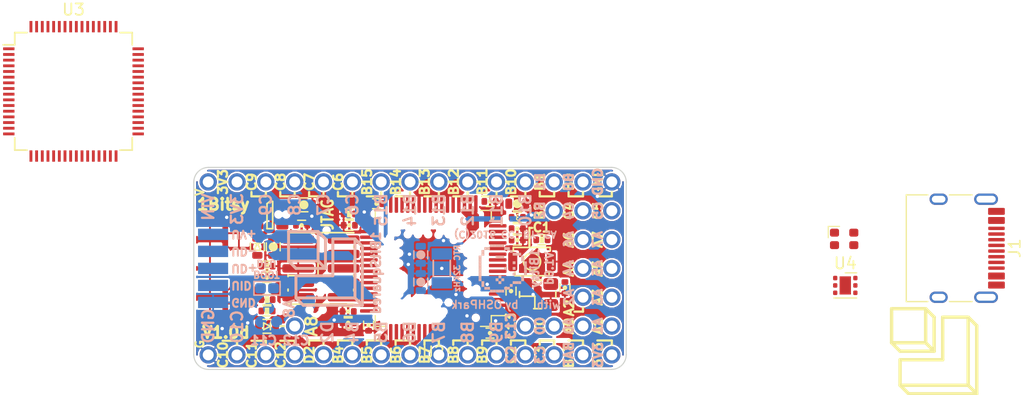
<source format=kicad_pcb>
(kicad_pcb (version 20171130) (host pcbnew "(5.1.6)-1")
  (title_block (title 1BitSy) (rev v2.0a) (company 1BitSquared) (comment 1 "(C) 2016 Piotr Esden-Tempski <piotr@esden.net>") (comment 2 "(C) 2016 1BitSquared LLC <info@1bitsquared.com>") (comment 3 "License: CC-BY-SA V4.0"))
  (layers (0 F.Cu signal) (1 In1.Cu signal) (2 In2.Cu signal) (31 B.Cu signal) (34 B.Paste user) (35 F.Paste user) (36 B.SilkS user) (37 F.SilkS user) (38 B.Mask user) (39 F.Mask user) (44 Edge.Cuts user))
  (net 0 "")
  (net 1 /VIN)
  (net 2 GND)
  (net 3 "Net-(C2-Pad1)")
  (net 4 "Net-(C3-Pad1)")
  (net 5 +3V3)
  (net 6 /OSC32_IN)
  (net 7 /OSC32_OUT)
  (net 8 /OSC_IN)
  (net 9 /OSC_OUT)
  (net 10 /USB_VBUS)
  (net 11 /BOOT0)
  (net 12 "Net-(C16-Pad1)")
  (net 13 "Net-(C17-Pad1)")
  (net 14 /JTAG_RST)
  (net 15 "Net-(LED1-PadA)")
  (net 16 /PA0)
  (net 17 /PA1)
  (net 18 /PA2)
  (net 19 /PA3)
  (net 20 /PA4)
  (net 21 /PA5)
  (net 22 /PA6)
  (net 23 /PA7)
  (net 24 /PA8)
  (net 25 /PC0)
  (net 26 /PC2)
  (net 27 /PC3)
  (net 28 /PC4)
  (net 29 /PC5)
  (net 30 /PC6)
  (net 31 /PC7)
  (net 32 /PC8)
  (net 33 /PC9)
  (net 34 /PC10)
  (net 35 /PC11)
  (net 36 /PC12)
  (net 37 /PC13)
  (net 38 /USB_D-)
  (net 39 /USB_D+)
  (net 40 /USB_ID)
  (net 41 /PB0)
  (net 42 /PB1)
  (net 43 /PB4)
  (net 44 /PB5)
  (net 45 /PB6)
  (net 46 /PB7)
  (net 47 /PB8)
  (net 48 /PB9)
  (net 49 /PB10)
  (net 50 /PB11)
  (net 51 /PB12)
  (net 52 /PB13)
  (net 53 /PB14)
  (net 54 /PB15)
  (net 55 /JTAG_TMS)
  (net 56 /JTAG_TCK)
  (net 57 /JTAG_TDI)
  (net 58 /JTAG_TDO)
  (net 59 "Net-(C15-Pad1)")
  (net 60 /PB2)
  (net 61 /BUTTON)
  (net 62 /VBAT)
  (net 63 /PD2)
  (net 64 "Net-(D2-Pad1)")
  (net 65 "Net-(D2-Pad2)")
  (net 66 "Net-(D2-Pad3)")
  (net 67 "Net-(D2-Pad4)")
  (net 68 "Net-(U2-Pad1)")
  (net 69 "Net-(U2-Pad2)")
  (net 70 "Net-(U2-Pad3)")
  (net 71 "Net-(U2-Pad4)")
  (net 72 "Net-(U2-Pad5)")
  (net 73 "Net-(U2-Pad6)")
  (net 74 "Net-(U2-Pad7)")
  (net 75 "Net-(U2-Pad8)")
  (net 76 "Net-(U2-Pad9)")
  (net 77 "Net-(U2-Pad10)")
  (net 78 "Net-(U2-Pad11)")
  (net 79 "Net-(U2-Pad12)")
  (net 80 "Net-(U2-Pad13)")
  (net 81 "Net-(U2-Pad14)")
  (net 82 "Net-(U2-Pad15)")
  (net 83 "Net-(U2-Pad16)")
  (net 84 "Net-(U2-Pad17)")
  (net 85 "Net-(U2-Pad18)")
  (net 86 "Net-(U2-Pad19)")
  (net 87 "Net-(U2-Pad20)")
  (net 88 "Net-(U2-Pad21)")
  (net 89 "Net-(U2-Pad22)")
  (net 90 "Net-(U2-Pad23)")
  (net 91 "Net-(U2-Pad24)")
  (net 92 "Net-(U2-Pad25)")
  (net 93 "Net-(U2-Pad26)")
  (net 94 "Net-(U2-Pad27)")
  (net 95 "Net-(U2-Pad28)")
  (net 96 "Net-(U2-Pad29)")
  (net 97 "Net-(U2-Pad30)")
  (net 98 "Net-(U2-Pad31)")
  (net 99 "Net-(U2-Pad32)")
  (net 100 "Net-(U2-Pad33)")
  (net 101 "Net-(U2-Pad34)")
  (net 102 "Net-(U2-Pad35)")
  (net 103 "Net-(U2-Pad36)")
  (net 104 "Net-(U2-Pad37)")
  (net 105 "Net-(U2-Pad38)")
  (net 106 "Net-(U2-Pad39)")
  (net 107 "Net-(U2-Pad40)")
  (net 108 "Net-(U2-Pad41)")
  (net 109 "Net-(U2-Pad42)")
  (net 110 "Net-(U2-Pad43)")
  (net 111 "Net-(U2-Pad44)")
  (net 112 "Net-(U2-Pad45)")
  (net 113 "Net-(U2-Pad46)")
  (net 114 "Net-(U2-Pad47)")
  (net 115 "Net-(U2-Pad48)")
  (net 116 "Net-(U2-Pad49)")
  (net 117 "Net-(U2-Pad50)")
  (net 118 "Net-(U2-Pad51)")
  (net 119 "Net-(U2-Pad52)")
  (net 120 "Net-(U2-Pad53)")
  (net 121 "Net-(U2-Pad54)")
  (net 122 "Net-(U2-Pad55)")
  (net 123 "Net-(U2-Pad56)")
  (net 124 "Net-(U2-Pad57)")
  (net 125 "Net-(U2-Pad58)")
  (net 126 "Net-(U2-Pad59)")
  (net 127 "Net-(U2-Pad60)")
  (net 128 "Net-(U2-Pad61)")
  (net 129 "Net-(U2-Pad62)")
  (net 130 "Net-(U2-Pad63)")
  (net 131 "Net-(U2-Pad64)")
  (net 132 "Net-(J1-PadS1)")
  (net 133 "Net-(J1-PadA6)")
  (net 134 "Net-(J1-PadB5)")
  (net 135 "Net-(J1-PadA8)")
  (net 136 "Net-(J1-PadB6)")
  (net 137 "Net-(J1-PadA7)")
  (net 138 "Net-(J1-PadB7)")
  (net 139 "Net-(J1-PadA5)")
  (net 140 "Net-(J1-PadB8)")
  (net 141 "Net-(J1-PadA1)")
  (net 142 "Net-(J1-PadA4)")
  (net 143 "Net-(U4-Pad3)")
  (net 144 "Net-(U4-Pad6)")
  (net 145 "Net-(U4-Pad5)")
  (net 146 "Net-(U4-Pad4)")
  (net 147 "Net-(U4-Pad2)")
  (net 148 "Net-(U4-Pad1)")
  (module Package_SON:WSON-6-1EP_2x2mm_P0.65mm_EP1x1.6mm (layer F.Cu) (at 157.73 47.22)
    (fp_text reference U4 (at 0 -1.95) (layer F.SilkS))
    (fp_text value TLV75533PDRV)
    (pad 7 smd rect (at 0 0) (size 1 1.6) (layers F.Cu F.Mask) (net 143 "Net-(U4-Pad3)"))
    (pad 6 smd roundrect (at 0.8875 -0.65) (size 0.375 0.4) (layers F.Cu F.Paste F.Mask) (net 144 "Net-(U4-Pad6)"))
    (pad 5 smd roundrect (at 0.8875 0) (size 0.375 0.4) (layers F.Cu F.Paste F.Mask) (net 145 "Net-(U4-Pad5)"))
    (pad 4 smd roundrect (at 0.8875 0.65) (size 0.375 0.4) (layers F.Cu F.Paste F.Mask) (net 146 "Net-(U4-Pad4)"))
    (pad 3 smd roundrect (at -0.8875 0.65) (size 0.375 0.4) (layers F.Cu F.Paste F.Mask) (net 143 "Net-(U4-Pad3)"))
    (pad 2 smd roundrect (at -0.8875 0) (size 0.375 0.4) (layers F.Cu F.Paste F.Mask) (net 147 "Net-(U4-Pad2)"))
    (pad 1 smd roundrect (at -0.8875 -0.65) (size 0.375 0.4) (layers F.Cu F.Paste F.Mask) (net 148 "Net-(U4-Pad1)"))
  )
  (module pkl_housings_qfp:LQFP-64_10x10mm_Pitch0.5mm (layer F.Cu) (at 89.73 30.12)
    (fp_text reference U3 (at 0 -7.2) (layer F.SilkS))
    (fp_text value STM32F415RGT)
    (pad 64 smd rect (at -3.75 -5.7 90) (size 1 0.25) (layers F.Cu F.Paste F.Mask) (net 5 +3V3))
    (pad 63 smd rect (at -3.25 -5.7 90) (size 1 0.25) (layers F.Cu F.Paste F.Mask) (net 2 GND))
    (pad 62 smd rect (at -2.75 -5.7 90) (size 1 0.25) (layers F.Cu F.Paste F.Mask) (net 48 /PB9))
    (pad 61 smd rect (at -2.25 -5.7 90) (size 1 0.25) (layers F.Cu F.Paste F.Mask) (net 47 /PB8))
    (pad 60 smd rect (at -1.75 -5.7 90) (size 1 0.25) (layers F.Cu F.Paste F.Mask) (net 11 /BOOT0))
    (pad 59 smd rect (at -1.25 -5.7 90) (size 1 0.25) (layers F.Cu F.Paste F.Mask) (net 46 /PB7))
    (pad 58 smd rect (at -0.75 -5.7 90) (size 1 0.25) (layers F.Cu F.Paste F.Mask) (net 45 /PB6))
    (pad 57 smd rect (at -0.25 -5.7 90) (size 1 0.25) (layers F.Cu F.Paste F.Mask) (net 44 /PB5))
    (pad 56 smd rect (at 0.25 -5.7 90) (size 1 0.25) (layers F.Cu F.Paste F.Mask) (net 43 /PB4))
    (pad 55 smd rect (at 0.75 -5.7 90) (size 1 0.25) (layers F.Cu F.Paste F.Mask) (net 58 /JTAG_TDO))
    (pad 54 smd rect (at 1.25 -5.7 90) (size 1 0.25) (layers F.Cu F.Paste F.Mask) (net 63 /PD2))
    (pad 53 smd rect (at 1.75 -5.7 90) (size 1 0.25) (layers F.Cu F.Paste F.Mask) (net 36 /PC12))
    (pad 52 smd rect (at 2.25 -5.7 90) (size 1 0.25) (layers F.Cu F.Paste F.Mask) (net 35 /PC11))
    (pad 51 smd rect (at 2.75 -5.7 90) (size 1 0.25) (layers F.Cu F.Paste F.Mask) (net 34 /PC10))
    (pad 50 smd rect (at 3.25 -5.7 90) (size 1 0.25) (layers F.Cu F.Paste F.Mask) (net 57 /JTAG_TDI))
    (pad 49 smd rect (at 3.75 -5.7 90) (size 1 0.25) (layers F.Cu F.Paste F.Mask) (net 56 /JTAG_TCK))
    (pad 48 smd rect (at 5.7 -3.75) (size 1 0.25) (layers F.Cu F.Paste F.Mask) (net 5 +3V3))
    (pad 47 smd rect (at 5.7 -3.25) (size 1 0.25) (layers F.Cu F.Paste F.Mask) (net 12 "Net-(C16-Pad1)"))
    (pad 46 smd rect (at 5.7 -2.75) (size 1 0.25) (layers F.Cu F.Paste F.Mask) (net 55 /JTAG_TMS))
    (pad 45 smd rect (at 5.7 -2.25) (size 1 0.25) (layers F.Cu F.Paste F.Mask) (net 39 /USB_D+))
    (pad 44 smd rect (at 5.7 -1.75) (size 1 0.25) (layers F.Cu F.Paste F.Mask) (net 38 /USB_D-))
    (pad 43 smd rect (at 5.7 -1.25) (size 1 0.25) (layers F.Cu F.Paste F.Mask) (net 40 /USB_ID))
    (pad 42 smd rect (at 5.7 -0.75) (size 1 0.25) (layers F.Cu F.Paste F.Mask) (net 10 /USB_VBUS))
    (pad 41 smd rect (at 5.7 -0.25) (size 1 0.25) (layers F.Cu F.Paste F.Mask) (net 24 /PA8))
    (pad 40 smd rect (at 5.7 0.25) (size 1 0.25) (layers F.Cu F.Paste F.Mask) (net 33 /PC9))
    (pad 39 smd rect (at 5.7 0.75) (size 1 0.25) (layers F.Cu F.Paste F.Mask) (net 32 /PC8))
    (pad 38 smd rect (at 5.7 1.25) (size 1 0.25) (layers F.Cu F.Paste F.Mask) (net 31 /PC7))
    (pad 37 smd rect (at 5.7 1.75) (size 1 0.25) (layers F.Cu F.Paste F.Mask) (net 30 /PC6))
    (pad 36 smd rect (at 5.7 2.25) (size 1 0.25) (layers F.Cu F.Paste F.Mask) (net 54 /PB15))
    (pad 35 smd rect (at 5.7 2.75) (size 1 0.25) (layers F.Cu F.Paste F.Mask) (net 53 /PB14))
    (pad 34 smd rect (at 5.7 3.25) (size 1 0.25) (layers F.Cu F.Paste F.Mask) (net 52 /PB13))
    (pad 33 smd rect (at 5.7 3.75) (size 1 0.25) (layers F.Cu F.Paste F.Mask) (net 51 /PB12))
    (pad 32 smd rect (at 3.75 5.7 90) (size 1 0.25) (layers F.Cu F.Paste F.Mask) (net 5 +3V3))
    (pad 31 smd rect (at 3.25 5.7 90) (size 1 0.25) (layers F.Cu F.Paste F.Mask) (net 13 "Net-(C17-Pad1)"))
    (pad 30 smd rect (at 2.75 5.7 90) (size 1 0.25) (layers F.Cu F.Paste F.Mask) (net 50 /PB11))
    (pad 29 smd rect (at 2.25 5.7 90) (size 1 0.25) (layers F.Cu F.Paste F.Mask) (net 49 /PB10))
    (pad 28 smd rect (at 1.75 5.7 90) (size 1 0.25) (layers F.Cu F.Paste F.Mask) (net 60 /PB2))
    (pad 27 smd rect (at 1.25 5.7 90) (size 1 0.25) (layers F.Cu F.Paste F.Mask) (net 42 /PB1))
    (pad 26 smd rect (at 0.75 5.7 90) (size 1 0.25) (layers F.Cu F.Paste F.Mask) (net 41 /PB0))
    (pad 25 smd rect (at 0.25 5.7 90) (size 1 0.25) (layers F.Cu F.Paste F.Mask) (net 29 /PC5))
    (pad 24 smd rect (at -0.25 5.7 90) (size 1 0.25) (layers F.Cu F.Paste F.Mask) (net 28 /PC4))
    (pad 23 smd rect (at -0.75 5.7 90) (size 1 0.25) (layers F.Cu F.Paste F.Mask) (net 23 /PA7))
    (pad 22 smd rect (at -1.25 5.7 90) (size 1 0.25) (layers F.Cu F.Paste F.Mask) (net 22 /PA6))
    (pad 21 smd rect (at -1.75 5.7 90) (size 1 0.25) (layers F.Cu F.Paste F.Mask) (net 21 /PA5))
    (pad 20 smd rect (at -2.25 5.7 90) (size 1 0.25) (layers F.Cu F.Paste F.Mask) (net 20 /PA4))
    (pad 19 smd rect (at -2.75 5.7 90) (size 1 0.25) (layers F.Cu F.Paste F.Mask) (net 5 +3V3))
    (pad 18 smd rect (at -3.25 5.7 90) (size 1 0.25) (layers F.Cu F.Paste F.Mask) (net 2 GND))
    (pad 17 smd rect (at -3.75 5.7 90) (size 1 0.25) (layers F.Cu F.Paste F.Mask) (net 19 /PA3))
    (pad 16 smd rect (at -5.7 3.75) (size 1 0.25) (layers F.Cu F.Paste F.Mask) (net 18 /PA2))
    (pad 15 smd rect (at -5.7 3.25) (size 1 0.25) (layers F.Cu F.Paste F.Mask) (net 17 /PA1))
    (pad 14 smd rect (at -5.7 2.75) (size 1 0.25) (layers F.Cu F.Paste F.Mask) (net 16 /PA0))
    (pad 13 smd rect (at -5.7 2.25) (size 1 0.25) (layers F.Cu F.Paste F.Mask) (net 3 "Net-(C2-Pad1)"))
    (pad 12 smd rect (at -5.7 1.75) (size 1 0.25) (layers F.Cu F.Paste F.Mask) (net 2 GND))
    (pad 11 smd rect (at -5.7 1.25) (size 1 0.25) (layers F.Cu F.Paste F.Mask) (net 27 /PC3))
    (pad 10 smd rect (at -5.7 0.75) (size 1 0.25) (layers F.Cu F.Paste F.Mask) (net 26 /PC2))
    (pad 9 smd rect (at -5.7 0.25) (size 1 0.25) (layers F.Cu F.Paste F.Mask) (net 61 /BUTTON))
    (pad 8 smd rect (at -5.7 -0.25) (size 1 0.25) (layers F.Cu F.Paste F.Mask) (net 25 /PC0))
    (pad 7 smd rect (at -5.7 -0.75) (size 1 0.25) (layers F.Cu F.Paste F.Mask) (net 14 /JTAG_RST))
    (pad 6 smd rect (at -5.7 -1.25) (size 1 0.25) (layers F.Cu F.Paste F.Mask) (net 9 /OSC_OUT))
    (pad 5 smd rect (at -5.7 -1.75) (size 1 0.25) (layers F.Cu F.Paste F.Mask) (net 8 /OSC_IN))
    (pad 4 smd rect (at -5.7 -2.25) (size 1 0.25) (layers F.Cu F.Paste F.Mask) (net 7 /OSC32_OUT))
    (pad 3 smd rect (at -5.7 -2.75) (size 1 0.25) (layers F.Cu F.Paste F.Mask) (net 6 /OSC32_IN))
    (pad 2 smd rect (at -5.7 -3.25) (size 1 0.25) (layers F.Cu F.Paste F.Mask) (net 37 /PC13))
    (pad 1 smd rect (at -5.7 -3.75) (size 1 0.25) (layers F.Cu F.Paste F.Mask) (net 62 /VBAT))
  )
  (module pkl_led:LED_TRI_2020 (layer F.Cu) (at 157.63 43.12)
    (fp_text reference D2)
    (fp_text value pkl_LED_RBAG)
    (pad 1 smd roundrect (at -0.85 -0.55) (size 0.8 0.7) (layers F.Cu F.Paste F.Mask) (net 64 "Net-(D2-Pad1)"))
    (pad 2 smd roundrect (at 0.85 -0.55) (size 0.8 0.7) (layers F.Cu F.Paste F.Mask) (net 65 "Net-(D2-Pad2)"))
    (pad 3 smd roundrect (at 0.85 0.55) (size 0.8 0.7) (layers F.Cu F.Paste F.Mask) (net 66 "Net-(D2-Pad3)"))
    (pad 4 smd roundrect (at -0.85 0.55) (size 0.8 0.7) (layers F.Cu F.Paste F.Mask) (net 67 "Net-(D2-Pad4)"))
  )
  (module pkl_buttons_switches:Tact_Switch_Top_B3U-1000P (layer F.Cu) (at 130.13 45.12 270)
    (fp_text reference SW1)
    (fp_text value TACT)
    (pad 2 smd roundrect (at 0 1.7 180) (size 0.8 1.7) (layers F.Cu F.Paste F.Mask) (net 61 /BUTTON))
    (pad 1 smd roundrect (at 0 -1.7 180) (size 0.8 1.7) (layers F.Cu F.Paste F.Mask) (net 2 GND))
  )
  (module Package_QFP:LQFP-64_10x10mm_P0.5mm (layer F.Cu) (at 121.43 45.72 180)
    (fp_text reference U2 (at 0 -7.4) (layer F.SilkS))
    (fp_text value STM32F722RETx)
    (pad 1 smd roundrect (at -5.675 -3.75 180) (size 1.55 0.3) (layers F.Cu F.Paste F.Mask) (net 68 "Net-(U2-Pad1)"))
    (pad 2 smd roundrect (at -5.675 -3.25 180) (size 1.55 0.3) (layers F.Cu F.Paste F.Mask) (net 69 "Net-(U2-Pad2)"))
    (pad 3 smd roundrect (at -5.675 -2.75 180) (size 1.55 0.3) (layers F.Cu F.Paste F.Mask) (net 70 "Net-(U2-Pad3)"))
    (pad 4 smd roundrect (at -5.675 -2.25 180) (size 1.55 0.3) (layers F.Cu F.Paste F.Mask) (net 71 "Net-(U2-Pad4)"))
    (pad 5 smd roundrect (at -5.675 -1.75 180) (size 1.55 0.3) (layers F.Cu F.Paste F.Mask) (net 72 "Net-(U2-Pad5)"))
    (pad 6 smd roundrect (at -5.675 -1.25 180) (size 1.55 0.3) (layers F.Cu F.Paste F.Mask) (net 73 "Net-(U2-Pad6)"))
    (pad 7 smd roundrect (at -5.675 -0.75 180) (size 1.55 0.3) (layers F.Cu F.Paste F.Mask) (net 74 "Net-(U2-Pad7)"))
    (pad 8 smd roundrect (at -5.675 -0.25 180) (size 1.55 0.3) (layers F.Cu F.Paste F.Mask) (net 75 "Net-(U2-Pad8)"))
    (pad 9 smd roundrect (at -5.675 0.25 180) (size 1.55 0.3) (layers F.Cu F.Paste F.Mask) (net 76 "Net-(U2-Pad9)"))
    (pad 10 smd roundrect (at -5.675 0.75 180) (size 1.55 0.3) (layers F.Cu F.Paste F.Mask) (net 77 "Net-(U2-Pad10)"))
    (pad 11 smd roundrect (at -5.675 1.25 180) (size 1.55 0.3) (layers F.Cu F.Paste F.Mask) (net 78 "Net-(U2-Pad11)"))
    (pad 12 smd roundrect (at -5.675 1.75 180) (size 1.55 0.3) (layers F.Cu F.Paste F.Mask) (net 79 "Net-(U2-Pad12)"))
    (pad 13 smd roundrect (at -5.675 2.25 180) (size 1.55 0.3) (layers F.Cu F.Paste F.Mask) (net 80 "Net-(U2-Pad13)"))
    (pad 14 smd roundrect (at -5.675 2.75 180) (size 1.55 0.3) (layers F.Cu F.Paste F.Mask) (net 81 "Net-(U2-Pad14)"))
    (pad 15 smd roundrect (at -5.675 3.25 180) (size 1.55 0.3) (layers F.Cu F.Paste F.Mask) (net 82 "Net-(U2-Pad15)"))
    (pad 16 smd roundrect (at -5.675 3.75 180) (size 1.55 0.3) (layers F.Cu F.Paste F.Mask) (net 83 "Net-(U2-Pad16)"))
    (pad 17 smd roundrect (at -3.75 5.675 180) (size 0.3 1.55) (layers F.Cu F.Paste F.Mask) (net 84 "Net-(U2-Pad17)"))
    (pad 18 smd roundrect (at -3.25 5.675 180) (size 0.3 1.55) (layers F.Cu F.Paste F.Mask) (net 85 "Net-(U2-Pad18)"))
    (pad 19 smd roundrect (at -2.75 5.675 180) (size 0.3 1.55) (layers F.Cu F.Paste F.Mask) (net 86 "Net-(U2-Pad19)"))
    (pad 20 smd roundrect (at -2.25 5.675 180) (size 0.3 1.55) (layers F.Cu F.Paste F.Mask) (net 87 "Net-(U2-Pad20)"))
    (pad 21 smd roundrect (at -1.75 5.675 180) (size 0.3 1.55) (layers F.Cu F.Paste F.Mask) (net 88 "Net-(U2-Pad21)"))
    (pad 22 smd roundrect (at -1.25 5.675 180) (size 0.3 1.55) (layers F.Cu F.Paste F.Mask) (net 89 "Net-(U2-Pad22)"))
    (pad 23 smd roundrect (at -0.75 5.675 180) (size 0.3 1.55) (layers F.Cu F.Paste F.Mask) (net 90 "Net-(U2-Pad23)"))
    (pad 24 smd roundrect (at -0.25 5.675 180) (size 0.3 1.55) (layers F.Cu F.Paste F.Mask) (net 91 "Net-(U2-Pad24)"))
    (pad 25 smd roundrect (at 0.25 5.675 180) (size 0.3 1.55) (layers F.Cu F.Paste F.Mask) (net 92 "Net-(U2-Pad25)"))
    (pad 26 smd roundrect (at 0.75 5.675 180) (size 0.3 1.55) (layers F.Cu F.Paste F.Mask) (net 93 "Net-(U2-Pad26)"))
    (pad 27 smd roundrect (at 1.25 5.675 180) (size 0.3 1.55) (layers F.Cu F.Paste F.Mask) (net 94 "Net-(U2-Pad27)"))
    (pad 28 smd roundrect (at 1.75 5.675 180) (size 0.3 1.55) (layers F.Cu F.Paste F.Mask) (net 95 "Net-(U2-Pad28)"))
    (pad 29 smd roundrect (at 2.25 5.675 180) (size 0.3 1.55) (layers F.Cu F.Paste F.Mask) (net 96 "Net-(U2-Pad29)"))
    (pad 30 smd roundrect (at 2.75 5.675 180) (size 0.3 1.55) (layers F.Cu F.Paste F.Mask) (net 97 "Net-(U2-Pad30)"))
    (pad 31 smd roundrect (at 3.25 5.675 180) (size 0.3 1.55) (layers F.Cu F.Paste F.Mask) (net 98 "Net-(U2-Pad31)"))
    (pad 32 smd roundrect (at 3.75 5.675 180) (size 0.3 1.55) (layers F.Cu F.Paste F.Mask) (net 99 "Net-(U2-Pad32)"))
    (pad 33 smd roundrect (at 5.675 3.75 180) (size 1.55 0.3) (layers F.Cu F.Paste F.Mask) (net 100 "Net-(U2-Pad33)"))
    (pad 34 smd roundrect (at 5.675 3.25 180) (size 1.55 0.3) (layers F.Cu F.Paste F.Mask) (net 101 "Net-(U2-Pad34)"))
    (pad 35 smd roundrect (at 5.675 2.75 180) (size 1.55 0.3) (layers F.Cu F.Paste F.Mask) (net 102 "Net-(U2-Pad35)"))
    (pad 36 smd roundrect (at 5.675 2.25 180) (size 1.55 0.3) (layers F.Cu F.Paste F.Mask) (net 103 "Net-(U2-Pad36)"))
    (pad 37 smd roundrect (at 5.675 1.75 180) (size 1.55 0.3) (layers F.Cu F.Paste F.Mask) (net 104 "Net-(U2-Pad37)"))
    (pad 38 smd roundrect (at 5.675 1.25 180) (size 1.55 0.3) (layers F.Cu F.Paste F.Mask) (net 105 "Net-(U2-Pad38)"))
    (pad 39 smd roundrect (at 5.675 0.75 180) (size 1.55 0.3) (layers F.Cu F.Paste F.Mask) (net 106 "Net-(U2-Pad39)"))
    (pad 40 smd roundrect (at 5.675 0.25 180) (size 1.55 0.3) (layers F.Cu F.Paste F.Mask) (net 107 "Net-(U2-Pad40)"))
    (pad 41 smd roundrect (at 5.675 -0.25 180) (size 1.55 0.3) (layers F.Cu F.Paste F.Mask) (net 108 "Net-(U2-Pad41)"))
    (pad 42 smd roundrect (at 5.675 -0.75 180) (size 1.55 0.3) (layers F.Cu F.Paste F.Mask) (net 109 "Net-(U2-Pad42)"))
    (pad 43 smd roundrect (at 5.675 -1.25 180) (size 1.55 0.3) (layers F.Cu F.Paste F.Mask) (net 110 "Net-(U2-Pad43)"))
    (pad 44 smd roundrect (at 5.675 -1.75 180) (size 1.55 0.3) (layers F.Cu F.Paste F.Mask) (net 111 "Net-(U2-Pad44)"))
    (pad 45 smd roundrect (at 5.675 -2.25 180) (size 1.55 0.3) (layers F.Cu F.Paste F.Mask) (net 112 "Net-(U2-Pad45)"))
    (pad 46 smd roundrect (at 5.675 -2.75 180) (size 1.55 0.3) (layers F.Cu F.Paste F.Mask) (net 113 "Net-(U2-Pad46)"))
    (pad 47 smd roundrect (at 5.675 -3.25 180) (size 1.55 0.3) (layers F.Cu F.Paste F.Mask) (net 114 "Net-(U2-Pad47)"))
    (pad 48 smd roundrect (at 5.675 -3.75 180) (size 1.55 0.3) (layers F.Cu F.Paste F.Mask) (net 115 "Net-(U2-Pad48)"))
    (pad 49 smd roundrect (at 3.75 -5.675 180) (size 0.3 1.55) (layers F.Cu F.Paste F.Mask) (net 116 "Net-(U2-Pad49)"))
    (pad 50 smd roundrect (at 3.25 -5.675 180) (size 0.3 1.55) (layers F.Cu F.Paste F.Mask) (net 117 "Net-(U2-Pad50)"))
    (pad 51 smd roundrect (at 2.75 -5.675 180) (size 0.3 1.55) (layers F.Cu F.Paste F.Mask) (net 118 "Net-(U2-Pad51)"))
    (pad 52 smd roundrect (at 2.25 -5.675 180) (size 0.3 1.55) (layers F.Cu F.Paste F.Mask) (net 119 "Net-(U2-Pad52)"))
    (pad 53 smd roundrect (at 1.75 -5.675 180) (size 0.3 1.55) (layers F.Cu F.Paste F.Mask) (net 120 "Net-(U2-Pad53)"))
    (pad 54 smd roundrect (at 1.25 -5.675 180) (size 0.3 1.55) (layers F.Cu F.Paste F.Mask) (net 121 "Net-(U2-Pad54)"))
    (pad 55 smd roundrect (at 0.75 -5.675 180) (size 0.3 1.55) (layers F.Cu F.Paste F.Mask) (net 122 "Net-(U2-Pad55)"))
    (pad 56 smd roundrect (at 0.25 -5.675 180) (size 0.3 1.55) (layers F.Cu F.Paste F.Mask) (net 123 "Net-(U2-Pad56)"))
    (pad 57 smd roundrect (at -0.25 -5.675 180) (size 0.3 1.55) (layers F.Cu F.Paste F.Mask) (net 124 "Net-(U2-Pad57)"))
    (pad 58 smd roundrect (at -0.75 -5.675 180) (size 0.3 1.55) (layers F.Cu F.Paste F.Mask) (net 125 "Net-(U2-Pad58)"))
    (pad 59 smd roundrect (at -1.25 -5.675 180) (size 0.3 1.55) (layers F.Cu F.Paste F.Mask) (net 126 "Net-(U2-Pad59)"))
    (pad 60 smd roundrect (at -1.75 -5.675 180) (size 0.3 1.55) (layers F.Cu F.Paste F.Mask) (net 127 "Net-(U2-Pad60)"))
    (pad 61 smd roundrect (at -2.25 -5.675 180) (size 0.3 1.55) (layers F.Cu F.Paste F.Mask) (net 128 "Net-(U2-Pad61)"))
    (pad 62 smd roundrect (at -2.75 -5.675 180) (size 0.3 1.55) (layers F.Cu F.Paste F.Mask) (net 129 "Net-(U2-Pad62)"))
    (pad 63 smd roundrect (at -3.25 -5.675 180) (size 0.3 1.55) (layers F.Cu F.Paste F.Mask) (net 130 "Net-(U2-Pad63)"))
    (pad 64 smd roundrect (at -3.75 -5.675 180) (size 0.3 1.55) (layers F.Cu F.Paste F.Mask) (net 131 "Net-(U2-Pad64)"))
  )
  (module pkl_logos:1b2_Logo_SilkS_7.5mm (layer F.Cu) (at 165.56 53.017)
    (fp_text reference LOGO1)
    (fp_text value 1BitSquared)
  )
  (module pkl_connectors:USB_C_Receptacle_HRO_TYPE-C-31-M-12 (layer F.Cu) (at 167.005 43.942 270)
    (fp_text reference J1 (at 0 -5.645 90) (layer F.SilkS))
    (fp_text value USB_C_Receptacle_USB2.0)
    (pad S1 thru_hole oval (at 4.32 1.05 270) (size 1 1.6) (drill oval 0.6 1.2) (layers *.Cu *.Mask) (net 132 "Net-(J1-PadS1)"))
    (pad "" np_thru_hole circle (at 2.89 -2.6 270) (size 0.65 0.65) (drill 0.65) (layers *.Cu *.Mask))
    (pad S1 thru_hole oval (at -4.32 1.05 270) (size 1 1.6) (drill oval 0.6 1.2) (layers *.Cu *.Mask) (net 132 "Net-(J1-PadS1)"))
    (pad "" np_thru_hole circle (at -2.89 -2.6 270) (size 0.65 0.65) (drill 0.65) (layers *.Cu *.Mask))
    (pad S1 thru_hole oval (at -4.32 -3.13 270) (size 1 2.1) (drill oval 0.6 1.7) (layers *.Cu *.Mask) (net 132 "Net-(J1-PadS1)"))
    (pad S1 thru_hole oval (at 4.32 -3.13 270) (size 1 2.1) (drill oval 0.6 1.7) (layers *.Cu *.Mask) (net 132 "Net-(J1-PadS1)"))
    (pad A6 smd roundrect (at -0.25 -4.045 270) (size 0.3 1.45) (layers F.Cu F.Paste F.Mask) (net 133 "Net-(J1-PadA6)"))
    (pad B5 smd roundrect (at 1.75 -4.045 270) (size 0.3 1.45) (layers F.Cu F.Paste F.Mask) (net 134 "Net-(J1-PadB5)"))
    (pad A8 smd roundrect (at 1.25 -4.045 270) (size 0.3 1.45) (layers F.Cu F.Paste F.Mask) (net 135 "Net-(J1-PadA8)"))
    (pad B6 smd roundrect (at 0.75 -4.045 270) (size 0.3 1.45) (layers F.Cu F.Paste F.Mask) (net 136 "Net-(J1-PadB6)"))
    (pad A7 smd roundrect (at 0.25 -4.045 270) (size 0.3 1.45) (layers F.Cu F.Paste F.Mask) (net 137 "Net-(J1-PadA7)"))
    (pad B7 smd roundrect (at -0.75 -4.045 270) (size 0.3 1.45) (layers F.Cu F.Paste F.Mask) (net 138 "Net-(J1-PadB7)"))
    (pad A5 smd roundrect (at -1.25 -4.045 270) (size 0.3 1.45) (layers F.Cu F.Paste F.Mask) (net 139 "Net-(J1-PadA5)"))
    (pad B8 smd roundrect (at -1.75 -4.045 270) (size 0.3 1.45) (layers F.Cu F.Paste F.Mask) (net 140 "Net-(J1-PadB8)"))
    (pad A12 smd roundrect (at 3.25 -4.045 270) (size 0.6 1.45) (layers F.Cu F.Paste F.Mask) (roundrect_rratio 0.125) (net 141 "Net-(J1-PadA1)"))
    (pad B4 smd roundrect (at 2.45 -4.045 270) (size 0.6 1.45) (layers F.Cu F.Paste F.Mask) (roundrect_rratio 0.125) (net 142 "Net-(J1-PadA4)"))
    (pad A4 smd roundrect (at -2.45 -4.045 270) (size 0.6 1.45) (layers F.Cu F.Paste F.Mask) (roundrect_rratio 0.125) (net 142 "Net-(J1-PadA4)"))
    (pad A1 smd roundrect (at -3.25 -4.045 270) (size 0.6 1.45) (layers F.Cu F.Paste F.Mask) (roundrect_rratio 0.125) (net 141 "Net-(J1-PadA1)"))
    (pad B12 smd roundrect (at -3.25 -4.045 270) (size 0.6 1.45) (layers F.Cu F.Paste F.Mask) (roundrect_rratio 0.125) (net 141 "Net-(J1-PadA1)"))
    (pad B9 smd roundrect (at -2.45 -4.045 270) (size 0.6 1.45) (layers F.Cu F.Paste F.Mask) (roundrect_rratio 0.125) (net 142 "Net-(J1-PadA4)"))
    (pad A9 smd roundrect (at 2.45 -4.045 270) (size 0.6 1.45) (layers F.Cu F.Paste F.Mask) (roundrect_rratio 0.125) (net 142 "Net-(J1-PadA4)"))
    (pad B1 smd roundrect (at 3.25 -4.045 270) (size 0.6 1.45) (layers F.Cu F.Paste F.Mask) (roundrect_rratio 0.125) (net 141 "Net-(J1-PadA1)"))
  )
  (module pkl_misc:via0305 (layer F.Cu) (at 115.35 40.75)
    (fp_text reference REF** hide)
    (fp_text value via0305 hide)
    (pad 1 thru_hole circle (at 0 0) (size 0.5 0.5) (drill 0.3) (layers *.Cu) (net 2 GND))
  )
  (module pkl_misc:via0305 (layer F.Cu) (at 130.08 41.02)
    (fp_text reference REF** hide)
    (fp_text value via0305 hide)
    (pad 1 thru_hole circle (at 0 0) (size 0.5 0.5) (drill 0.3) (layers *.Cu) (net 2 GND))
  )
  (module pkl_misc:via0305 (layer F.Cu) (at 112.6998 50.2666)
    (fp_text reference REF** hide)
    (fp_text value via0305 hide)
    (pad 1 thru_hole circle (at 0 0) (size 0.5 0.5) (drill 0.3) (layers *.Cu) (net 2 GND))
  )
  (module pkl_jumpers:J_0603 (layer B.Cu) (at 106.78 47.47)
    (fp_text reference JP1 hide)
    (fp_text value BOOT hide)
    (pad 2 smd roundrect (at 0.575 0) (size 0.95 0.9) (layers B.Cu B.Mask) (net 59 "Net-(C15-Pad1)"))
    (pad 1 smd roundrect (at -0.575 0) (size 0.95 0.9) (layers B.Cu B.Mask) (net 10 /USB_VBUS))
  )
  (module pkl_misc:via0305 (layer F.Cu) (at 103.23 41.22)
    (fp_text reference REF** hide)
    (fp_text value via0305 hide)
    (pad 1 thru_hole circle (at 0 0) (size 0.5 0.5) (drill 0.3) (layers *.Cu) (net 2 GND))
  )
  (module pkl_misc:via0305 (layer F.Cu) (at 105.0798 50.5206)
    (fp_text reference REF** hide)
    (fp_text value via0305 hide)
    (pad 1 thru_hole circle (at 0 0) (size 0.5 0.5) (drill 0.3) (layers *.Cu) (net 2 GND))
  )
  (module pkl_dipol:C_0603 (layer F.Cu) (at 107.33 43.82 270)
    (fp_text reference C1)
    (fp_text value 4u7)
    (pad 2 smd roundrect (at 0.75 0 270) (size 0.6 0.9) (layers F.Cu F.Paste F.Mask) (net 2 GND))
    (pad 1 smd roundrect (at -0.75 0 270) (size 0.6 0.9) (layers F.Cu F.Paste F.Mask) (net 1 /VIN))
  )
  (module pkl_dipol:C_0402 (layer F.Cu) (at 128.83 42.22)
    (fp_text reference C2)
    (fp_text value 1u)
    (pad 2 smd roundrect (at 0.5 0) (size 0.5 0.6) (layers F.Cu F.Paste F.Mask) (net 2 GND))
    (pad 1 smd roundrect (at -0.5 0) (size 0.5 0.6) (layers F.Cu F.Paste F.Mask) (net 3 "Net-(C2-Pad1)"))
  )
  (module pkl_dipol:C_0402 (layer F.Cu) (at 109.83 41.92)
    (fp_text reference C3)
    (fp_text value 470p)
    (pad 2 smd roundrect (at 0.5 0) (size 0.5 0.6) (layers F.Cu F.Paste F.Mask) (net 2 GND))
    (pad 1 smd roundrect (at -0.5 0) (size 0.5 0.6) (layers F.Cu F.Paste F.Mask) (net 4 "Net-(C3-Pad1)"))
  )
  (module pkl_dipol:C_0402 (layer F.Cu) (at 128.829999 43.22)
    (fp_text reference C4)
    (fp_text value 100n)
    (pad 2 smd roundrect (at 0.5 0) (size 0.5 0.6) (layers F.Cu F.Paste F.Mask) (net 2 GND))
    (pad 1 smd roundrect (at -0.5 0) (size 0.5 0.6) (layers F.Cu F.Paste F.Mask) (net 3 "Net-(C2-Pad1)"))
  )
  (module pkl_dipol:C_0603 (layer F.Cu) (at 128.83 40.02)
    (fp_text reference C5)
    (fp_text value 4u7)
    (pad 2 smd roundrect (at 0.75 0) (size 0.6 0.9) (layers F.Cu F.Paste F.Mask) (net 2 GND))
    (pad 1 smd roundrect (at -0.75 0) (size 0.6 0.9) (layers F.Cu F.Paste F.Mask) (net 5 +3V3))
  )
  (module pkl_dipol:C_0402 (layer F.Cu) (at 128.28 47.72 270)
    (fp_text reference C8)
    (fp_text value 10p)
    (pad 2 smd roundrect (at 0.5 0 270) (size 0.5 0.6) (layers F.Cu F.Paste F.Mask) (net 8 /OSC_IN))
    (pad 1 smd roundrect (at -0.5 0 270) (size 0.5 0.6) (layers F.Cu F.Paste F.Mask) (net 2 GND))
  )
  (module pkl_dipol:C_0402 (layer F.Cu) (at 133.03 47.42 90)
    (fp_text reference C9)
    (fp_text value 10p)
    (pad 2 smd roundrect (at 0.5 0 90) (size 0.5 0.6) (layers F.Cu F.Paste F.Mask) (net 9 /OSC_OUT))
    (pad 1 smd roundrect (at -0.5 0 90) (size 0.5 0.6) (layers F.Cu F.Paste F.Mask) (net 2 GND))
  )
  (module pkl_dipol:C_0402 (layer F.Cu) (at 126.43 39.82)
    (fp_text reference C10)
    (fp_text value 100n)
    (pad 2 smd roundrect (at 0.5 0) (size 0.5 0.6) (layers F.Cu F.Paste F.Mask) (net 2 GND))
    (pad 1 smd roundrect (at -0.5 0) (size 0.5 0.6) (layers F.Cu F.Paste F.Mask) (net 5 +3V3))
  )
  (module pkl_dipol:C_0402 (layer F.Cu) (at 116.43 40.02 180)
    (fp_text reference C11)
    (fp_text value 100n)
    (pad 2 smd roundrect (at 0.5 0 180) (size 0.5 0.6) (layers F.Cu F.Paste F.Mask) (net 2 GND))
    (pad 1 smd roundrect (at -0.5 0 180) (size 0.5 0.6) (layers F.Cu F.Paste F.Mask) (net 5 +3V3))
  )
  (module pkl_dipol:C_0402 (layer F.Cu) (at 115.73 50.72 270)
    (fp_text reference C12)
    (fp_text value 100n)
    (pad 2 smd roundrect (at 0.5 0 270) (size 0.5 0.6) (layers F.Cu F.Paste F.Mask) (net 2 GND))
    (pad 1 smd roundrect (at -0.5 0 270) (size 0.5 0.6) (layers F.Cu F.Paste F.Mask) (net 5 +3V3))
  )
  (module pkl_dipol:C_0603 (layer F.Cu) (at 110.03 40.12)
    (fp_text reference C13)
    (fp_text value 4u7)
    (pad 2 smd roundrect (at 0.75 0) (size 0.6 0.9) (layers F.Cu F.Paste F.Mask) (net 2 GND))
    (pad 1 smd roundrect (at -0.75 0) (size 0.6 0.9) (layers F.Cu F.Paste F.Mask) (net 5 +3V3))
  )
  (module pkl_dipol:C_0402 (layer F.Cu) (at 126.43 51.42)
    (fp_text reference C14)
    (fp_text value 100n)
    (pad 2 smd roundrect (at 0.5 0) (size 0.5 0.6) (layers F.Cu F.Paste F.Mask) (net 2 GND))
    (pad 1 smd roundrect (at -0.5 0) (size 0.5 0.6) (layers F.Cu F.Paste F.Mask) (net 5 +3V3))
  )
  (module pkl_dipol:C_0402 (layer F.Cu) (at 106.78 46.52 180)
    (fp_text reference C15)
    (fp_text value 1u)
    (pad 2 smd roundrect (at 0.5 0 180) (size 0.5 0.6) (layers F.Cu F.Paste F.Mask) (net 11 /BOOT0))
    (pad 1 smd roundrect (at -0.5 0 180) (size 0.5 0.6) (layers F.Cu F.Paste F.Mask) (net 59 "Net-(C15-Pad1)"))
  )
  (module pkl_dipol:C_0402 (layer F.Cu) (at 113.93 50.52 180)
    (fp_text reference C16)
    (fp_text value 2u2)
    (pad 2 smd roundrect (at 0.5 0 180) (size 0.5 0.6) (layers F.Cu F.Paste F.Mask) (net 2 GND))
    (pad 1 smd roundrect (at -0.5 0 180) (size 0.5 0.6) (layers F.Cu F.Paste F.Mask) (net 12 "Net-(C16-Pad1)"))
  )
  (module pkl_dipol:C_0402 (layer F.Cu) (at 114.03 41.92 180)
    (fp_text reference C17)
    (fp_text value 2u2)
    (pad 2 smd roundrect (at 0.5 0 180) (size 0.5 0.6) (layers F.Cu F.Paste F.Mask) (net 2 GND))
    (pad 1 smd roundrect (at -0.5 0 180) (size 0.5 0.6) (layers F.Cu F.Paste F.Mask) (net 13 "Net-(C17-Pad1)"))
  )
  (module pkl_dipol:C_0402 (layer F.Cu) (at 113.93 49.52 180)
    (fp_text reference C18)
    (fp_text value 100n)
    (pad 2 smd roundrect (at 0.5 0 180) (size 0.5 0.6) (layers F.Cu F.Paste F.Mask) (net 2 GND))
    (pad 1 smd roundrect (at -0.5 0 180) (size 0.5 0.6) (layers F.Cu F.Paste F.Mask) (net 14 /JTAG_RST))
  )
  (module pkl_dipol:D_0603 (layer F.Cu) (at 105.93 43.82 270)
    (fp_text reference D1)
    (fp_text value >100mA)
    (pad C smd roundrect (at -0.75 0 90) (size 0.6 0.9) (layers F.Cu F.Paste F.Mask) (net 1 /VIN))
    (pad A smd roundrect (at 0.75 0 90) (size 0.6 0.9) (layers F.Cu F.Paste F.Mask) (net 10 /USB_VBUS))
  )
  (module pkl_dipol:L_0402 (layer F.Cu) (at 128.83 41.22)
    (fp_text reference L1)
    (fp_text value "600 Ferrite")
    (pad 2 smd roundrect (at 0.5 0) (size 0.5 0.6) (layers F.Cu F.Paste F.Mask) (net 3 "Net-(C2-Pad1)"))
    (pad 1 smd roundrect (at -0.5 0) (size 0.5 0.6) (layers F.Cu F.Paste F.Mask) (net 5 +3V3))
  )
  (module pkl_dipol:D_0603 (layer F.Cu) (at 106.78 50.82 180)
    (fp_text reference LED1)
    (fp_text value ORA)
    (pad C smd roundrect (at -0.75 0) (size 0.6 0.9) (layers F.Cu F.Paste F.Mask) (net 24 /PA8))
    (pad A smd roundrect (at 0.75 0) (size 0.6 0.9) (layers F.Cu F.Paste F.Mask) (net 15 "Net-(LED1-PadA)"))
  )
  (module pkl_pin_headers:Pin_Header_Straight_Round_1x01 (layer F.Cu) (at 134.62 50.8 180)
    (fp_text reference P1 hide)
    (fp_text value CONN_01X01 hide)
    (pad 1 thru_hole circle (at 0 0 180) (size 1.524 1.524) (drill 0.9652) (layers *.Cu *.Mask) (net 16 /PA0))
  )
  (module pkl_pin_headers:Pin_Header_Straight_Round_1x01 (layer F.Cu) (at 137.16 50.8 180)
    (fp_text reference P2 hide)
    (fp_text value CONN_01X01 hide)
    (pad 1 thru_hole circle (at 0 0 180) (size 1.524 1.524) (drill 0.9652) (layers *.Cu *.Mask) (net 17 /PA1))
  )
  (module pkl_pin_headers:Pin_Header_Straight_Round_1x01 (layer F.Cu) (at 134.62 48.26 180)
    (fp_text reference P3 hide)
    (fp_text value CONN_01X01 hide)
    (pad 1 thru_hole circle (at 0 0 180) (size 1.524 1.524) (drill 0.9652) (layers *.Cu *.Mask) (net 18 /PA2))
  )
  (module pkl_pin_headers:Pin_Header_Straight_Round_1x01 (layer F.Cu) (at 137.16 48.26 180)
    (fp_text reference P4 hide)
    (fp_text value CONN_01X01 hide)
    (pad 1 thru_hole circle (at 0 0 180) (size 1.524 1.524) (drill 0.9652) (layers *.Cu *.Mask) (net 19 /PA3))
  )
  (module pkl_pin_headers:Pin_Header_Straight_Round_1x01 (layer F.Cu) (at 134.62 45.72 180)
    (fp_text reference P5 hide)
    (fp_text value CONN_01X01 hide)
    (pad 1 thru_hole circle (at 0 0 180) (size 1.524 1.524) (drill 0.9652) (layers *.Cu *.Mask) (net 20 /PA4))
  )
  (module pkl_pin_headers:Pin_Header_Straight_Round_1x01 (layer F.Cu) (at 137.16 45.72)
    (fp_text reference P6 hide)
    (fp_text value CONN_01X01 hide)
    (pad 1 thru_hole circle (at 0 0) (size 1.524 1.524) (drill 0.9652) (layers *.Cu *.Mask) (net 21 /PA5))
  )
  (module pkl_pin_headers:Pin_Header_Straight_Round_1x01 (layer F.Cu) (at 134.62 43.18 180)
    (fp_text reference P7 hide)
    (fp_text value CONN_01X01 hide)
    (pad 1 thru_hole circle (at 0 0 180) (size 1.524 1.524) (drill 0.9652) (layers *.Cu *.Mask) (net 22 /PA6))
  )
  (module pkl_pin_headers:Pin_Header_Straight_Round_1x01 (layer F.Cu) (at 137.16 43.18 180)
    (fp_text reference P8 hide)
    (fp_text value CONN_01X01 hide)
    (pad 1 thru_hole circle (at 0 0 180) (size 1.524 1.524) (drill 0.9652) (layers *.Cu *.Mask) (net 23 /PA7))
  )
  (module pkl_pin_headers:Pin_Header_Straight_Round_1x01 (layer F.Cu) (at 109.22 50.8)
    (fp_text reference P9 hide)
    (fp_text value CONN_01X01 hide)
    (pad 1 thru_hole circle (at 0 0) (size 1.524 1.524) (drill 0.9652) (layers *.Cu *.Mask) (net 24 /PA8))
  )
  (module pkl_pin_headers:Pin_Header_Straight_Round_1x01 (layer F.Cu) (at 132.08 50.8)
    (fp_text reference P10 hide)
    (fp_text value CONN_01X01 hide)
    (pad 1 thru_hole circle (at 0 0) (size 1.524 1.524) (drill 0.9652) (layers *.Cu *.Mask) (net 25 /PC0))
  )
  (module pkl_pin_headers:Pin_Header_Straight_Round_1x01 (layer F.Cu) (at 111.76 53.34)
    (fp_text reference P11 hide)
    (fp_text value CONN_01X01 hide)
    (pad 1 thru_hole circle (at 0 0) (size 1.524 1.524) (drill 0.9652) (layers *.Cu *.Mask) (net 63 /PD2))
  )
  (module pkl_pin_headers:Pin_Header_Straight_Round_1x01 (layer F.Cu) (at 129.54 53.34)
    (fp_text reference P12 hide)
    (fp_text value CONN_01X01 hide)
    (pad 1 thru_hole circle (at 0 0) (size 1.524 1.524) (drill 0.9652) (layers *.Cu *.Mask) (net 26 /PC2))
  )
  (module pkl_pin_headers:Pin_Header_Straight_Round_1x01 (layer F.Cu) (at 132.08 53.34 180)
    (fp_text reference P13 hide)
    (fp_text value CONN_01X01 hide)
    (pad 1 thru_hole circle (at 0 0 180) (size 1.524 1.524) (drill 0.9652) (layers *.Cu *.Mask) (net 27 /PC3))
  )
  (module pkl_pin_headers:Pin_Header_Straight_Round_1x01 (layer F.Cu) (at 134.62 40.64)
    (fp_text reference P14 hide)
    (fp_text value CONN_01X01 hide)
    (pad 1 thru_hole circle (at 0 0) (size 1.524 1.524) (drill 0.9652) (layers *.Cu *.Mask) (net 28 /PC4))
  )
  (module pkl_pin_headers:Pin_Header_Straight_Round_1x01 (layer F.Cu) (at 137.16 40.64 180)
    (fp_text reference P15 hide)
    (fp_text value CONN_01X01 hide)
    (pad 1 thru_hole circle (at 0 0 180) (size 1.524 1.524) (drill 0.9652) (layers *.Cu *.Mask) (net 29 /PC5))
  )
  (module pkl_pin_headers:Pin_Header_Straight_Round_1x01 (layer F.Cu) (at 114.3 38.1)
    (fp_text reference P16 hide)
    (fp_text value CONN_01X01 hide)
    (pad 1 thru_hole circle (at 0 0) (size 1.524 1.524) (drill 0.9652) (layers *.Cu *.Mask) (net 30 /PC6))
  )
  (module pkl_pin_headers:Pin_Header_Straight_Round_1x01 (layer F.Cu) (at 111.76 38.1)
    (fp_text reference P17 hide)
    (fp_text value CONN_01X01 hide)
    (pad 1 thru_hole circle (at 0 0) (size 1.524 1.524) (drill 0.9652) (layers *.Cu *.Mask) (net 31 /PC7))
  )
  (module pkl_pin_headers:Pin_Header_Straight_Round_1x01 (layer F.Cu) (at 109.22 38.1)
    (fp_text reference P18 hide)
    (fp_text value CONN_01X01 hide)
    (pad 1 thru_hole circle (at 0 0) (size 1.524 1.524) (drill 0.9652) (layers *.Cu *.Mask) (net 32 /PC8))
  )
  (module pkl_pin_headers:Pin_Header_Straight_Round_1x01 (layer F.Cu) (at 106.68 38.1)
    (fp_text reference P19 hide)
    (fp_text value CONN_01X01 hide)
    (pad 1 thru_hole circle (at 0 0) (size 1.524 1.524) (drill 0.9652) (layers *.Cu *.Mask) (net 33 /PC9))
  )
  (module pkl_pin_headers:Pin_Header_Straight_Round_1x01 (layer F.Cu) (at 104.13 53.34)
    (fp_text reference P20 hide)
    (fp_text value CONN_01X01 hide)
    (pad 1 thru_hole circle (at 0 0) (size 1.524 1.524) (drill 0.9652) (layers *.Cu *.Mask) (net 34 /PC10))
  )
  (module pkl_pin_headers:Pin_Header_Straight_Round_1x01 (layer F.Cu) (at 106.68 53.34 180)
    (fp_text reference P21 hide)
    (fp_text value CONN_01X01 hide)
    (pad 1 thru_hole circle (at 0 0 180) (size 1.524 1.524) (drill 0.9652) (layers *.Cu *.Mask) (net 35 /PC11))
  )
  (module pkl_pin_headers:Pin_Header_Straight_Round_1x01 (layer F.Cu) (at 109.22 53.34)
    (fp_text reference P22 hide)
    (fp_text value CONN_01X01 hide)
    (pad 1 thru_hole circle (at 0 0) (size 1.524 1.524) (drill 0.9652) (layers *.Cu *.Mask) (net 36 /PC12))
  )
  (module pkl_pin_headers:Pin_Header_Straight_Round_1x01 (layer F.Cu) (at 129.54 50.8)
    (fp_text reference P23 hide)
    (fp_text value CONN_01X01 hide)
    (pad 1 thru_hole circle (at 0 0) (size 1.524 1.524) (drill 0.9652) (layers *.Cu *.Mask) (net 37 /PC13))
  )
  (module pkl_pin_headers:Pin_Header_Straight_Round_1x01 (layer F.Cu) (at 134.62 38.1)
    (fp_text reference P25 hide)
    (fp_text value CONN_01X01 hide)
    (pad 1 thru_hole circle (at 0 0) (size 1.524 1.524) (drill 0.9652) (layers *.Cu *.Mask) (net 41 /PB0))
  )
  (module pkl_pin_headers:Pin_Header_Straight_Round_1x01 (layer F.Cu) (at 132.08 38.1)
    (fp_text reference P26 hide)
    (fp_text value CONN_01X01 hide)
    (pad 1 thru_hole circle (at 0 0) (size 1.524 1.524) (drill 0.9652) (layers *.Cu *.Mask) (net 42 /PB1))
  )
  (module pkl_pin_headers:Pin_Header_Straight_Round_1x01 (layer F.Cu) (at 132.08 40.64)
    (fp_text reference P27 hide)
    (fp_text value CONN_01X01 hide)
    (pad 1 thru_hole circle (at 0 0) (size 1.524 1.524) (drill 0.9652) (layers *.Cu *.Mask) (net 60 /PB2))
  )
  (module pkl_pin_headers:Pin_Header_Straight_Round_1x01 (layer F.Cu) (at 114.3 53.34)
    (fp_text reference P28 hide)
    (fp_text value CONN_01X01 hide)
    (pad 1 thru_hole circle (at 0 0) (size 1.524 1.524) (drill 0.9652) (layers *.Cu *.Mask) (net 43 /PB4))
  )
  (module pkl_pin_headers:Pin_Header_Straight_Round_1x01 (layer F.Cu) (at 116.84 53.34 180)
    (fp_text reference P29 hide)
    (fp_text value CONN_01X01 hide)
    (pad 1 thru_hole circle (at 0 0 180) (size 1.524 1.524) (drill 0.9652) (layers *.Cu *.Mask) (net 44 /PB5))
  )
  (module pkl_pin_headers:Pin_Header_Straight_Round_1x01 (layer F.Cu) (at 119.38 53.34 180)
    (fp_text reference P30 hide)
    (fp_text value CONN_01X01 hide)
    (pad 1 thru_hole circle (at 0 0 180) (size 1.524 1.524) (drill 0.9652) (layers *.Cu *.Mask) (net 45 /PB6))
  )
  (module pkl_pin_headers:Pin_Header_Straight_Round_1x01 (layer F.Cu) (at 121.92 53.34 180)
    (fp_text reference P31 hide)
    (fp_text value CONN_01X01 hide)
    (pad 1 thru_hole circle (at 0 0 180) (size 1.524 1.524) (drill 0.9652) (layers *.Cu *.Mask) (net 46 /PB7))
  )
  (module pkl_pin_headers:Pin_Header_Straight_Round_1x01 (layer F.Cu) (at 124.46 53.34 180)
    (fp_text reference P32 hide)
    (fp_text value CONN_01X01 hide)
    (pad 1 thru_hole circle (at 0 0 180) (size 1.524 1.524) (drill 0.9652) (layers *.Cu *.Mask) (net 47 /PB8))
  )
  (module pkl_pin_headers:Pin_Header_Straight_Round_1x01 (layer F.Cu) (at 127 53.34)
    (fp_text reference P33 hide)
    (fp_text value CONN_01X01 hide)
    (pad 1 thru_hole circle (at 0 0) (size 1.524 1.524) (drill 0.9652) (layers *.Cu *.Mask) (net 48 /PB9))
  )
  (module pkl_pin_headers:Pin_Header_Straight_Round_1x01 (layer F.Cu) (at 129.54 38.1 180)
    (fp_text reference P34 hide)
    (fp_text value CONN_01X01 hide)
    (pad 1 thru_hole circle (at 0 0 180) (size 1.524 1.524) (drill 0.9652) (layers *.Cu *.Mask) (net 49 /PB10))
  )
  (module pkl_pin_headers:Pin_Header_Straight_Round_1x01 (layer F.Cu) (at 127 38.1)
    (fp_text reference P35 hide)
    (fp_text value CONN_01X01 hide)
    (pad 1 thru_hole circle (at 0 0) (size 1.524 1.524) (drill 0.9652) (layers *.Cu *.Mask) (net 50 /PB11))
  )
  (module pkl_pin_headers:Pin_Header_Straight_Round_1x01 (layer F.Cu) (at 124.46 38.1)
    (fp_text reference P36 hide)
    (fp_text value CONN_01X01 hide)
    (pad 1 thru_hole circle (at 0 0) (size 1.524 1.524) (drill 0.9652) (layers *.Cu *.Mask) (net 51 /PB12))
  )
  (module pkl_pin_headers:Pin_Header_Straight_Round_1x01 (layer F.Cu) (at 121.92 38.1)
    (fp_text reference P37 hide)
    (fp_text value CONN_01X01 hide)
    (pad 1 thru_hole circle (at 0 0) (size 1.524 1.524) (drill 0.9652) (layers *.Cu *.Mask) (net 52 /PB13))
  )
  (module pkl_pin_headers:Pin_Header_Straight_Round_1x01 (layer F.Cu) (at 119.38 38.1)
    (fp_text reference P38 hide)
    (fp_text value CONN_01X01 hide)
    (pad 1 thru_hole circle (at 0 0) (size 1.524 1.524) (drill 0.9652) (layers *.Cu *.Mask) (net 53 /PB14))
  )
  (module pkl_pin_headers:Pin_Header_Straight_Round_1x01 (layer F.Cu) (at 116.84 38.1 180)
    (fp_text reference P39 hide)
    (fp_text value CONN_01X01 hide)
    (pad 1 thru_hole circle (at 0 0 180) (size 1.524 1.524) (drill 0.9652) (layers *.Cu *.Mask) (net 54 /PB15))
  )
  (module pkl_dipol:R_0402 (layer F.Cu) (at 106.78 45.52)
    (fp_text reference R1)
    (fp_text value 10k)
    (pad 2 smd roundrect (at 0.5 0) (size 0.5 0.6) (layers F.Cu F.Paste F.Mask) (net 2 GND))
    (pad 1 smd roundrect (at -0.5 0) (size 0.5 0.6) (layers F.Cu F.Paste F.Mask) (net 10 /USB_VBUS))
  )
  (module pkl_dipol:R_0402 (layer F.Cu) (at 114.03 40.92 180)
    (fp_text reference R2)
    (fp_text value 10k)
    (pad 2 smd roundrect (at 0.5 0 180) (size 0.5 0.6) (layers F.Cu F.Paste F.Mask) (net 2 GND))
    (pad 1 smd roundrect (at -0.5 0 180) (size 0.5 0.6) (layers F.Cu F.Paste F.Mask) (net 60 /PB2))
  )
  (module pkl_dipol:R_0402 (layer F.Cu) (at 106.78 48.47 180)
    (fp_text reference R3)
    (fp_text value 10k)
    (pad 2 smd roundrect (at 0.5 0 180) (size 0.5 0.6) (layers F.Cu F.Paste F.Mask) (net 2 GND))
    (pad 1 smd roundrect (at -0.5 0 180) (size 0.5 0.6) (layers F.Cu F.Paste F.Mask) (net 11 /BOOT0))
  )
  (module pkl_dipol:R_0402 (layer F.Cu) (at 106.78 49.47)
    (fp_text reference R4)
    (fp_text value 300)
    (pad 2 smd roundrect (at 0.5 0) (size 0.5 0.6) (layers F.Cu F.Paste F.Mask) (net 15 "Net-(LED1-PadA)"))
    (pad 1 smd roundrect (at -0.5 0) (size 0.5 0.6) (layers F.Cu F.Paste F.Mask) (net 5 +3V3))
  )
  (module pkl_dipol:R_0402 (layer F.Cu) (at 131 43.2 180)
    (fp_text reference R5)
    (fp_text value 10k)
    (pad 2 smd roundrect (at 0.5 0 180) (size 0.5 0.6) (layers F.Cu F.Paste F.Mask) (net 61 /BUTTON))
    (pad 1 smd roundrect (at -0.5 0 180) (size 0.5 0.6) (layers F.Cu F.Paste F.Mask) (net 5 +3V3))
  )
  (module pkl_housings_sot:SOT-23-5 (layer F.Cu) (at 107.03 41.02 180)
    (fp_text reference U1)
    (fp_text value VREG_3V3)
    (pad 5 smd roundrect (at -1.1 0.95) (size 1.06 0.65) (layers F.Cu F.Paste F.Mask) (net 5 +3V3))
    (pad 4 smd roundrect (at -1.1 -0.95) (size 1.06 0.65) (layers F.Cu F.Paste F.Mask) (net 4 "Net-(C3-Pad1)"))
    (pad 3 smd roundrect (at 1.1 -0.95) (size 1.06 0.65) (layers F.Cu F.Paste F.Mask) (net 1 /VIN))
    (pad 2 smd roundrect (at 1.1 0) (size 1.06 0.65) (layers F.Cu F.Paste F.Mask) (net 2 GND))
    (pad 1 smd roundrect (at 1.1 0.95) (size 1.06 0.65) (layers F.Cu F.Paste F.Mask) (net 1 /VIN))
  )
  (module pkl_misc:ABM8 (layer F.Cu) (at 130.63 48.02)
    (fp_text reference X2)
    (fp_text value 25MHz)
    (pad GND smd roundrect (at 1.15 0.925) (size 1.3 1.05) (layers F.Cu F.Paste F.Mask) (roundrect_rratio 0.238) (net 2 GND))
    (pad GND smd roundrect (at -1.15 -0.925) (size 1.3 1.05) (layers F.Cu F.Paste F.Mask) (roundrect_rratio 0.238) (net 2 GND))
    (pad 2 smd roundrect (at 1.15 -0.925) (size 1.3 1.05) (layers F.Cu F.Paste F.Mask) (roundrect_rratio 0.238) (net 9 /OSC_OUT))
    (pad 1 smd roundrect (at -1.15 0.925) (size 1.3 1.05) (layers F.Cu F.Paste F.Mask) (roundrect_rratio 0.238) (net 8 /OSC_IN))
  )
  (module pkl_samtec:FTSH-105-XX-X-DV (layer F.Cu) (at 111.53 45.72 90)
    (fp_text reference X3)
    (fp_text value JTAG-10)
    (pad 10 smd roundrect (at -2.54 2 270) (size 0.74 2.8) (layers F.Cu F.Paste F.Mask) (net 14 /JTAG_RST))
    (pad 9 smd roundrect (at -2.54 -2 270) (size 0.74 2.8) (layers F.Cu F.Paste F.Mask) (net 2 GND))
    (pad 8 smd roundrect (at -1.27 2 270) (size 0.74 2.8) (layers F.Cu F.Paste F.Mask) (net 57 /JTAG_TDI))
    (pad 7 smd roundrect (at -1.27 -2 270) (size 0.74 2.8) (layers F.Cu F.Paste F.Mask) (net 2 GND))
    (pad 6 smd roundrect (at 0 2 270) (size 0.74 2.8) (layers F.Cu F.Paste F.Mask) (net 58 /JTAG_TDO))
    (pad 5 smd roundrect (at 0 -2 270) (size 0.74 2.8) (layers F.Cu F.Paste F.Mask) (net 2 GND))
    (pad 4 smd roundrect (at 1.27 2 270) (size 0.74 2.8) (layers F.Cu F.Paste F.Mask) (net 56 /JTAG_TCK))
    (pad 3 smd roundrect (at 1.27 -2 270) (size 0.74 2.8) (layers F.Cu F.Paste F.Mask) (net 2 GND))
    (pad 2 smd roundrect (at 2.54 2 270) (size 0.74 2.8) (layers F.Cu F.Paste F.Mask) (net 55 /JTAG_TMS))
    (pad 1 smd roundrect (at 2.54 -2 270) (size 0.74 2.8) (layers F.Cu F.Paste F.Mask) (net 5 +3V3))
  )
  (module pkl_pin_headers:Pin_Header_Straight_Round_1x01 (layer F.Cu) (at 101.6 38.1)
    (fp_text reference P40 hide)
    (fp_text value CONN_01X01 hide)
    (pad 1 thru_hole circle (at 0 0) (size 1.524 1.524) (drill 0.9652) (layers *.Cu *.Mask) (net 1 /VIN))
  )
  (module pkl_pin_headers:Pin_Header_Straight_Round_1x01 (layer F.Cu) (at 101.6 53.34)
    (fp_text reference P41 hide)
    (fp_text value CONN_01X01 hide)
    (pad 1 thru_hole circle (at 0 0) (size 1.524 1.524) (drill 0.9652) (layers *.Cu *.Mask) (net 2 GND))
  )
  (module pkl_dipol:C_0603 (layer B.Cu) (at 120.33 46.92 270)
    (fp_text reference C6)
    (fp_text value 10p)
    (pad 2 smd roundrect (at 0.75 0 270) (size 0.6 0.9) (layers B.Cu B.Paste B.Mask) (net 6 /OSC32_IN))
    (pad 1 smd roundrect (at -0.75 0 270) (size 0.6 0.9) (layers B.Cu B.Paste B.Mask) (net 2 GND))
  )
  (module pkl_dipol:C_0603 (layer B.Cu) (at 120.33 44.52 90)
    (fp_text reference C7)
    (fp_text value 10p)
    (pad 2 smd roundrect (at 0.75 0 90) (size 0.6 0.9) (layers B.Cu B.Paste B.Mask) (net 7 /OSC32_OUT))
    (pad 1 smd roundrect (at -0.75 0 90) (size 0.6 0.9) (layers B.Cu B.Paste B.Mask) (net 2 GND))
  )
  (module pkl_pin_headers:Pin_Header_Straight_Round_1x01 (layer F.Cu) (at 104.14 38.1)
    (fp_text reference P42 hide)
    (fp_text value CONN_01X01 hide)
    (pad 1 thru_hole circle (at 0 0) (size 1.524 1.524) (drill 0.9652) (layers *.Cu *.Mask) (net 5 +3V3))
  )
  (module pkl_pin_headers:Pin_Header_Straight_Round_1x01 (layer F.Cu) (at 134.62 53.34)
    (fp_text reference P53 hide)
    (fp_text value CONN_01X01 hide)
    (pad 1 thru_hole circle (at 0 0) (size 1.524 1.524) (drill 0.9652) (layers *.Cu *.Mask) (net 62 /VBAT))
  )
  (module pkl_misc:ABS07 (layer B.Cu) (at 122.18 45.72 270)
    (fp_text reference X1)
    (fp_text value 32.768kHz)
    (pad 2 smd rect (at 1.275 0 270) (size 1 1.8) (layers B.Cu B.Paste B.Mask) (net 6 /OSC32_IN))
    (pad 1 smd rect (at -1.275 0 270) (size 1 1.8) (layers B.Cu B.Paste B.Mask) (net 7 /OSC32_OUT))
  )
  (module pkl_pads:POGO_PAD_SMD_R_1x1 (layer B.Cu) (at 106.93 42.12)
    (fp_text reference P43 hide)
    (fp_text value TP hide)
    (pad 1 smd oval (at 0 0) (size 1 1) (layers B.Cu B.Mask) (net 55 /JTAG_TMS))
  )
  (module pkl_pads:POGO_PAD_SMD_R_1x1 (layer B.Cu) (at 106.93 43.72)
    (fp_text reference P44 hide)
    (fp_text value TP hide)
    (pad 1 smd oval (at 0 0) (size 1 1) (layers B.Cu B.Mask) (net 56 /JTAG_TCK))
  )
  (module pkl_pads:POGO_PAD_SMD_R_1x1 (layer B.Cu) (at 106.23 50.42)
    (fp_text reference P45 hide)
    (fp_text value TP hide)
    (pad 1 smd oval (at 0 0) (size 1 1) (layers B.Cu B.Mask) (net 58 /JTAG_TDO))
  )
  (module pkl_pads:POGO_PAD_SMD_R_1x1 (layer B.Cu) (at 107.63 50.42)
    (fp_text reference P46 hide)
    (fp_text value TP hide)
    (pad 1 smd oval (at 0 0) (size 1 1) (layers B.Cu B.Mask) (net 57 /JTAG_TDI))
  )
  (module pkl_pads:POGO_PAD_SMD_R_1x1 (layer B.Cu) (at 106.93 49.22)
    (fp_text reference P47 hide)
    (fp_text value TP hide)
    (pad 1 smd oval (at 0 0) (size 1 1) (layers B.Cu B.Mask) (net 14 /JTAG_RST))
  )
  (module pkl_pads:PAD_SMD_1x2.65 (layer B.Cu) (at 102.03 42.72)
    (fp_text reference P48 hide)
    (fp_text value CONN_01X01 hide)
    (pad 1 smd rect (at 0 0) (size 2.65 1) (layers B.Cu B.Mask) (net 10 /USB_VBUS))
  )
  (module pkl_pads:PAD_SMD_1x2.65 (layer B.Cu) (at 102.03 44.22)
    (fp_text reference P49 hide)
    (fp_text value CONN_01X01 hide)
    (pad 1 smd rect (at 0 0) (size 2.65 1) (layers B.Cu B.Mask) (net 38 /USB_D-))
  )
  (module pkl_pads:PAD_SMD_1x2.65 (layer B.Cu) (at 102.03 45.72)
    (fp_text reference P50 hide)
    (fp_text value CONN_01X01 hide)
    (pad 1 smd rect (at 0 0) (size 2.65 1) (layers B.Cu B.Mask) (net 39 /USB_D+))
  )
  (module pkl_pads:PAD_SMD_1x2.65 (layer B.Cu) (at 102.03 47.22)
    (fp_text reference P51 hide)
    (fp_text value CONN_01X01 hide)
    (pad 1 smd rect (at 0 0) (size 2.65 1) (layers B.Cu B.Mask) (net 40 /USB_ID))
  )
  (module pkl_pads:PAD_SMD_1x2.65 (layer B.Cu) (at 102.03 48.72)
    (fp_text reference P52 hide)
    (fp_text value CONN_01X01 hide)
    (pad 1 smd rect (at 0 0) (size 2.65 1) (layers B.Cu B.Mask) (net 2 GND))
  )
  (module pkl_pin_headers:Pin_Header_Straight_Round_1x01 (layer F.Cu) (at 137.16 53.34)
    (fp_text reference P54 hide)
    (fp_text value CONN_01X01 hide)
    (pad 1 thru_hole circle (at 0 0) (size 1.524 1.524) (drill 0.9652) (layers *.Cu *.Mask) (net 5 +3V3))
  )
  (module pkl_pin_headers:Pin_Header_Straight_Round_1x01 (layer F.Cu) (at 137.16 38.1)
    (fp_text reference P55 hide)
    (fp_text value CONN_01X01 hide)
    (pad 1 thru_hole circle (at 0 0) (size 1.524 1.524) (drill 0.9652) (layers *.Cu *.Mask) (net 2 GND))
  )
  (module pkl_misc:via0305 (layer F.Cu) (at 119.33 44.47)
    (fp_text reference REF** hide)
    (fp_text value via0305 hide)
    (pad 1 thru_hole circle (at 0 0) (size 0.5 0.5) (drill 0.3) (layers *.Cu) (net 2 GND))
  )
  (module pkl_misc:via0305 (layer F.Cu) (at 122.18 45.72)
    (fp_text reference REF** hide)
    (fp_text value via0305 hide)
    (pad 1 thru_hole circle (at 0 0) (size 0.5 0.5) (drill 0.3) (layers *.Cu) (net 2 GND))
  )
  (module pkl_misc:via0305 (layer F.Cu) (at 122.33 43.27)
    (fp_text reference REF** hide)
    (fp_text value via0305 hide)
    (pad 1 thru_hole circle (at 0 0) (size 0.5 0.5) (drill 0.3) (layers *.Cu) (net 2 GND))
  )
  (module pkl_misc:via0305 (layer F.Cu) (at 102.83 51.02)
    (fp_text reference REF** hide)
    (fp_text value via0305 hide)
    (pad 1 thru_hole circle (at 0 0) (size 0.5 0.5) (drill 0.3) (layers *.Cu) (net 2 GND))
  )
  (module pkl_misc:via0305 (layer F.Cu) (at 110.73 41.12)
    (fp_text reference REF** hide)
    (fp_text value via0305 hide)
    (pad 1 thru_hole circle (at 0 0) (size 0.5 0.5) (drill 0.3) (layers *.Cu) (net 2 GND))
  )
  (module pkl_misc:via0305 (layer F.Cu) (at 126.9238 50.3428)
    (fp_text reference REF** hide)
    (fp_text value via0305 hide)
    (pad 1 thru_hole circle (at 0 0) (size 0.5 0.5) (drill 0.3) (layers *.Cu) (net 2 GND))
  )
  (module pkl_misc:via0305 (layer F.Cu) (at 119.23 45.37)
    (fp_text reference REF** hide)
    (fp_text value via0305 hide)
    (pad 1 thru_hole circle (at 0 0) (size 0.5 0.5) (drill 0.3) (layers *.Cu) (net 2 GND))
  )
  (module pkl_misc:via0305 (layer F.Cu) (at 135.89 39.37)
    (fp_text reference REF** hide)
    (fp_text value via0305 hide)
    (pad 1 thru_hole circle (at 0 0) (size 0.5 0.5) (drill 0.3) (layers *.Cu) (net 2 GND))
  )
  (module pkl_misc:via0305 (layer F.Cu) (at 124.4 49.9)
    (fp_text reference REF** hide)
    (fp_text value via0305 hide)
    (pad 1 thru_hole circle (at 0 0) (size 0.5 0.5) (drill 0.3) (layers *.Cu) (net 2 GND))
  )
  (module pkl_misc:via0305 (layer F.Cu) (at 123.43 48.02)
    (fp_text reference REF** hide)
    (fp_text value via0305 hide)
    (pad 1 thru_hole circle (at 0 0) (size 0.5 0.5) (drill 0.3) (layers *.Cu) (net 2 GND))
  )
  (module pkl_misc:via0305 (layer F.Cu) (at 126.18 47.12)
    (fp_text reference REF** hide)
    (fp_text value via0305 hide)
    (pad 1 thru_hole circle (at 0 0) (size 0.5 0.5) (drill 0.3) (layers *.Cu) (net 2 GND))
  )
  (module pkl_misc:via0305 (layer F.Cu) (at 130.23 48.02)
    (fp_text reference REF** hide)
    (fp_text value via0305 hide)
    (pad 1 thru_hole circle (at 0 0) (size 0.5 0.5) (drill 0.3) (layers *.Cu) (net 2 GND))
  )
  (module pkl_logos:1bitsy_silk_025grid (layer B.Cu) (at 127.0508 45.72 270)
    (fp_text reference REF** hide)
    (fp_text value 1bitsy_copper_025grid hide)
  )
  (module pkl_logos:heart_mask_015grid (layer B.Cu) (at 129.6718 48.8696 180)
    (fp_text reference REF** hide)
    (fp_text value heart_mask_010grid hide)
  )
  (module pkl_logos:1b2_Logo_SilkS_6.5mm (layer B.Cu) (at 111.93 45.72 270)
    (fp_text reference REF** hide)
    (fp_text value 1b2_Logo_SilkS_6.5mm hide)
  )
  (gr_text "with   by" (at 127.68 48.9184) (layer B.SilkS) (effects (font (size 0.7 0.7) (thickness 0.14)) (justify right mirror)))
  (gr_line (start 137.16 39.37) (end 137.16 39.0144) (layer F.SilkS) (width 0.2))
  (gr_line (start 135.89 39.37) (end 137.16 39.37) (layer F.SilkS) (width 0.2))
  (gr_line (start 134.62 39.37) (end 134.62 39.0144) (layer F.SilkS) (width 0.2))
  (gr_line (start 133.35 39.37) (end 134.62 39.37) (layer F.SilkS) (width 0.2))
  (gr_line (start 133.35 38.989) (end 133.35 39.37) (layer F.SilkS) (width 0.2))
  (gr_line (start 132.08 39.37) (end 132.08 39.0144) (layer F.SilkS) (width 0.2))
  (gr_line (start 130.81 39.37) (end 132.08 39.37) (layer F.SilkS) (width 0.2))
  (gr_line (start 130.81 38.989) (end 130.81 39.37) (layer F.SilkS) (width 0.2))
  (gr_line (start 129.54 39.37) (end 129.54 39.0144) (layer F.SilkS) (width 0.2))
  (gr_line (start 128.27 39.37) (end 129.54 39.37) (layer F.SilkS) (width 0.2))
  (gr_line (start 127 39.37) (end 127 39.0144) (layer F.SilkS) (width 0.2))
  (gr_line (start 125.73 39.37) (end 127 39.37) (layer F.SilkS) (width 0.2))
  (gr_line (start 124.46 39.37) (end 124.46 39.0144) (layer F.SilkS) (width 0.2))
  (gr_line (start 123.19 39.37) (end 124.46 39.37) (layer F.SilkS) (width 0.2))
  (gr_line (start 121.92 39.37) (end 121.92 39.0144) (layer F.SilkS) (width 0.2))
  (gr_line (start 120.65 39.37) (end 121.92 39.37) (layer F.SilkS) (width 0.2))
  (gr_line (start 119.38 39.37) (end 119.38 39.0144) (layer F.SilkS) (width 0.2))
  (gr_line (start 118.11 39.37) (end 119.38 39.37) (layer F.SilkS) (width 0.2))
  (gr_line (start 116.84 39.37) (end 116.84 39.0144) (layer F.SilkS) (width 0.2))
  (gr_line (start 115.57 39.37) (end 116.84 39.37) (layer F.SilkS) (width 0.2))
  (gr_line (start 114.3 39.37) (end 114.3 39.0144) (layer F.SilkS) (width 0.2))
  (gr_line (start 113.03 39.37) (end 114.3 39.37) (layer F.SilkS) (width 0.2))
  (gr_line (start 113.03 38.989) (end 113.03 39.37) (layer F.SilkS) (width 0.2))
  (gr_line (start 111.76 39.37) (end 111.76 39.0144) (layer F.SilkS) (width 0.2))
  (gr_line (start 110.49 39.37) (end 111.76 39.37) (layer F.SilkS) (width 0.2))
  (gr_line (start 110.49 38.989) (end 110.49 39.37) (layer F.SilkS) (width 0.2))
  (gr_line (start 109.22 39.37) (end 109.22 39.0144) (layer F.SilkS) (width 0.2))
  (gr_line (start 107.95 39.37) (end 109.22 39.37) (layer F.SilkS) (width 0.2))
  (gr_line (start 107.95 38.989) (end 107.95 39.37) (layer F.SilkS) (width 0.2))
  (gr_line (start 106.68 39.37) (end 106.68 39.0144) (layer F.SilkS) (width 0.2))
  (gr_line (start 105.41 39.37) (end 106.68 39.37) (layer F.SilkS) (width 0.2))
  (gr_line (start 105.41 38.989) (end 105.41 39.37) (layer F.SilkS) (width 0.2))
  (gr_line (start 137.16 52.07) (end 137.16 52.4256) (layer F.SilkS) (width 0.2))
  (gr_line (start 135.89 52.07) (end 137.16 52.07) (layer F.SilkS) (width 0.2))
  (gr_line (start 134.62 52.07) (end 134.62 52.4256) (layer F.SilkS) (width 0.2))
  (gr_line (start 133.35 52.07) (end 134.62 52.07) (layer F.SilkS) (width 0.2))
  (gr_line (start 132.08 52.07) (end 132.08 52.4256) (layer F.SilkS) (width 0.2))
  (gr_line (start 130.81 52.07) (end 132.08 52.07) (layer F.SilkS) (width 0.2))
  (gr_line (start 130.81 52.451) (end 130.81 52.07) (layer F.SilkS) (width 0.2))
  (gr_line (start 129.54 52.07) (end 129.54 52.4256) (layer F.SilkS) (width 0.2))
  (gr_line (start 128.27 52.07) (end 129.54 52.07) (layer F.SilkS) (width 0.2))
  (gr_line (start 128.27 52.451) (end 128.27 52.07) (layer F.SilkS) (width 0.2))
  (gr_line (start 127 52.07) (end 127 52.4256) (layer F.SilkS) (width 0.2))
  (gr_line (start 125.73 52.07) (end 127 52.07) (layer F.SilkS) (width 0.2))
  (gr_line (start 125.73 52.451) (end 125.73 52.07) (layer F.SilkS) (width 0.2))
  (gr_line (start 124.46 52.07) (end 124.46 52.4256) (layer F.SilkS) (width 0.2))
  (gr_line (start 123.19 52.07) (end 124.46 52.07) (layer F.SilkS) (width 0.2))
  (gr_line (start 123.19 52.451) (end 123.19 52.07) (layer F.SilkS) (width 0.2))
  (gr_line (start 121.92 52.07) (end 121.92 52.4256) (layer F.SilkS) (width 0.2))
  (gr_line (start 120.65 52.07) (end 121.92 52.07) (layer F.SilkS) (width 0.2))
  (gr_line (start 120.65 52.451) (end 120.65 52.07) (layer F.SilkS) (width 0.2))
  (gr_line (start 118.11 52.07) (end 118.11 52.451) (layer F.SilkS) (width 0.2))
  (gr_line (start 115.57 52.07) (end 115.57 52.451) (layer F.SilkS) (width 0.2))
  (gr_line (start 113.03 52.07) (end 113.03 52.451) (layer F.SilkS) (width 0.2))
  (gr_line (start 110.49 52.451) (end 110.49 52.07) (layer F.SilkS) (width 0.2))
  (gr_line (start 116.84 52.07) (end 116.84 52.4256) (layer F.SilkS) (width 0.2))
  (gr_line (start 114.3 52.07) (end 114.3 52.4256) (layer F.SilkS) (width 0.2))
  (gr_line (start 111.76 52.07) (end 111.76 52.4256) (layer F.SilkS) (width 0.2))
  (gr_line (start 119.38 52.07) (end 119.38 52.4256) (layer F.SilkS) (width 0.2))
  (gr_line (start 118.11 52.07) (end 119.38 52.07) (layer F.SilkS) (width 0.2))
  (gr_line (start 115.57 52.07) (end 116.84 52.07) (layer F.SilkS) (width 0.2))
  (gr_line (start 113.03 52.07) (end 114.3 52.07) (layer F.SilkS) (width 0.2))
  (gr_line (start 110.49 52.07) (end 111.76 52.07) (layer F.SilkS) (width 0.2))
  (gr_line (start 109.22 52.0954) (end 109.22 52.4256) (layer F.SilkS) (width 0.2))
  (gr_line (start 107.95 52.0954) (end 109.22 52.0954) (layer F.SilkS) (width 0.2))
  (gr_line (start 106.68 52.0954) (end 106.68 52.4256) (layer F.SilkS) (width 0.2))
  (gr_line (start 105.41 52.0954) (end 106.68 52.0954) (layer F.SilkS) (width 0.2))
  (gr_line (start 104.14 52.0954) (end 104.14 52.4256) (layer F.SilkS) (width 0.2))
  (gr_line (start 102.87 52.0954) (end 104.14 52.0954) (layer F.SilkS) (width 0.2))
  (gr_text A0 (at 133.3754 50.8 90) (layer B.SilkS) (effects (font (size 0.8 0.8) (thickness 0.2)) (justify mirror)))
  (gr_text A1 (at 135.9154 50.8 90) (layer B.SilkS) (effects (font (size 0.8 0.8) (thickness 0.2)) (justify mirror)))
  (gr_text A2 (at 133.4 48.26 90) (layer B.SilkS) (effects (font (size 0.8 0.8) (thickness 0.2)) (justify mirror)))
  (gr_text A3 (at 135.9154 48.26 90) (layer B.SilkS) (effects (font (size 0.8 0.8) (thickness 0.2)) (justify mirror)))
  (gr_text A5 (at 135.9154 45.72 90) (layer B.SilkS) (effects (font (size 0.8 0.8) (thickness 0.2)) (justify mirror)))
  (gr_text A4 (at 133.3754 45.72 90) (layer B.SilkS) (effects (font (size 0.8 0.8) (thickness 0.2)) (justify mirror)))
  (gr_text A7 (at 135.9154 43.18 90) (layer B.SilkS) (effects (font (size 0.8 0.8) (thickness 0.2)) (justify mirror)))
  (gr_text A6 (at 133.3754 43.18 90) (layer B.SilkS) (effects (font (size 0.8 0.8) (thickness 0.2)) (justify mirror)))
  (gr_text C4 (at 133.3754 40.64 90) (layer B.SilkS) (effects (font (size 0.8 0.8) (thickness 0.2)) (justify mirror)))
  (gr_text C5 (at 135.9408 40.64 90) (layer B.SilkS) (effects (font (size 0.8 0.8) (thickness 0.2)) (justify mirror)))
  (gr_line (start 134.62 49.53) (end 134.62 49.1744) (layer F.SilkS) (width 0.2))
  (gr_line (start 108.3056 50.8) (end 107.9754 50.8) (layer F.SilkS) (width 0.2))
  (gr_text GND (at 135.9154 38.1 90) (layer B.SilkS) (effects (font (size 0.8 0.8) (thickness 0.2)) (justify mirror)))
  (gr_text A6 (at 133.3754 43.18 90) (layer F.SilkS) (effects (font (size 0.8 0.8) (thickness 0.2))))
  (gr_line (start 133.8692 49.53) (end 134.62 49.53) (layer F.SilkS) (width 0.2))
  (gr_line (start 129.9 42.15) (end 129.9 43.85) (layer F.SilkS) (width 0.2))
  (gr_line (start 130.15 42.15) (end 129.9 42.15) (layer F.SilkS) (width 0.2))
  (gr_text A3 (at 135.9154 48.26 90) (layer F.SilkS) (effects (font (size 0.8 0.8) (thickness 0.2))))
  (gr_text 3V3 (at 135.9408 53.34 90) (layer B.SilkS) (effects (font (size 0.8 0.8) (thickness 0.2)) (justify mirror)))
  (gr_text BAT (at 133.3754 53.2384 90) (layer B.SilkS) (effects (font (size 0.8 0.8) (thickness 0.2)) (justify mirror)))
  (gr_text C3 (at 130.8354 53.34 90) (layer B.SilkS) (effects (font (size 0.8 0.8) (thickness 0.2)) (justify mirror)))
  (gr_text C2 (at 128.2954 53.34 90) (layer B.SilkS) (effects (font (size 0.8 0.8) (thickness 0.2)) (justify mirror)))
  (gr_text B9 (at 127 52.451 90) (layer B.SilkS) (effects (font (size 1 1) (thickness 0.2)) (justify right mirror)))
  (gr_text B8 (at 124.46 52.451 90) (layer B.SilkS) (effects (font (size 1 1) (thickness 0.2)) (justify right mirror)))
  (gr_text B7 (at 121.92 52.451 90) (layer B.SilkS) (effects (font (size 1 1) (thickness 0.2)) (justify right mirror)))
  (gr_text B6 (at 119.3546 52.451 90) (layer B.SilkS) (effects (font (size 1 1) (thickness 0.2)) (justify right mirror)))
  (gr_text B5 (at 116.84 52.451 90) (layer B.SilkS) (effects (font (size 1 1) (thickness 0.2)) (justify right mirror)))
  (gr_text B4 (at 114.3 52.451 90) (layer B.SilkS) (effects (font (size 1 1) (thickness 0.2)) (justify right mirror)))
  (gr_text D2 (at 112.0902 52.451 90) (layer B.SilkS) (effects (font (size 1 1) (thickness 0.2)) (justify right mirror)))
  (gr_text C12 (at 109.33 52.07) (layer B.SilkS) (effects (font (size 0.8 0.8) (thickness 0.2)) (justify mirror)))
  (gr_text C11 (at 106.48 52.07) (layer B.SilkS) (effects (font (size 0.8 0.8) (thickness 0.2)) (justify mirror)))
  (gr_text C10 (at 104.14 52.451 90) (layer B.SilkS) (effects (font (size 1 1) (thickness 0.2)) (justify right mirror)))
  (gr_text B0 (at 133.3754 38.1 90) (layer B.SilkS) (effects (font (size 0.8 0.8) (thickness 0.2)) (justify mirror)))
  (gr_text B1 (at 130.8354 38.1 90) (layer B.SilkS) (effects (font (size 0.8 0.8) (thickness 0.2)) (justify mirror)))
  (gr_text B10 (at 129.54 38.989 90) (layer B.SilkS) (effects (font (size 1 1) (thickness 0.2)) (justify left mirror)))
  (gr_text B11 (at 127 38.989 90) (layer B.SilkS) (effects (font (size 1 1) (thickness 0.2)) (justify left mirror)))
  (gr_text B12 (at 124.46 38.989 90) (layer B.SilkS) (effects (font (size 1 1) (thickness 0.2)) (justify left mirror)))
  (gr_text B13 (at 121.92 38.989 90) (layer B.SilkS) (effects (font (size 1 1) (thickness 0.2)) (justify left mirror)))
  (gr_text B14 (at 119.38 38.989 90) (layer B.SilkS) (effects (font (size 1 1) (thickness 0.2)) (justify left mirror)))
  (gr_text B15 (at 116.84 38.989 90) (layer B.SilkS) (effects (font (size 1 1) (thickness 0.2)) (justify left mirror)))
  (gr_text C6 (at 114.3 38.989 90) (layer B.SilkS) (effects (font (size 1 1) (thickness 0.2)) (justify left mirror)))
  (gr_text C7 (at 111.76 38.989 90) (layer B.SilkS) (effects (font (size 1 1) (thickness 0.2)) (justify left mirror)))
  (gr_text C8 (at 109.22 38.989 90) (layer B.SilkS) (effects (font (size 1 1) (thickness 0.2)) (justify left mirror)))
  (gr_text C9 (at 106.68 38.989 90) (layer B.SilkS) (effects (font (size 1 1) (thickness 0.2)) (justify left mirror)))
  (gr_text V (at 100.8634 39.0144 90) (layer F.SilkS) (effects (font (size 0.7 0.7) (thickness 0.175))))
  (gr_text 3V3 (at 102.8954 38.1 90) (layer F.SilkS) (effects (font (size 0.8 0.8) (thickness 0.2))))
  (gr_text C9 (at 105.4354 38.1 90) (layer F.SilkS) (effects (font (size 0.8 0.8) (thickness 0.2))))
  (gr_text C8 (at 107.9754 38.1 90) (layer F.SilkS) (effects (font (size 0.8 0.8) (thickness 0.2))))
  (gr_text C7 (at 110.5154 38.1 90) (layer F.SilkS) (effects (font (size 0.8 0.8) (thickness 0.2))))
  (gr_text C6 (at 113.0554 38.1 90) (layer F.SilkS) (effects (font (size 0.8 0.8) (thickness 0.2))))
  (gr_text B15 (at 115.5954 38.1 90) (layer F.SilkS) (effects (font (size 0.8 0.8) (thickness 0.2))))
  (gr_text B14 (at 118.1354 38.1 90) (layer F.SilkS) (effects (font (size 0.8 0.8) (thickness 0.2))))
  (gr_text B13 (at 120.6754 38.1 90) (layer F.SilkS) (effects (font (size 0.8 0.8) (thickness 0.2))))
  (gr_text B12 (at 123.2408 38.1 90) (layer F.SilkS) (effects (font (size 0.8 0.8) (thickness 0.2))))
  (gr_text B11 (at 125.7554 38.1 90) (layer F.SilkS) (effects (font (size 0.8 0.8) (thickness 0.2))))
  (gr_text B10 (at 128.2954 38.1 90) (layer F.SilkS) (effects (font (size 0.8 0.8) (thickness 0.2))))
  (gr_text BAT (at 133.3754 53.4416 90) (layer F.SilkS) (effects (font (size 0.8 0.8) (thickness 0.2))))
  (gr_text B1 (at 130.8354 38.1 90) (layer F.SilkS) (effects (font (size 0.8 0.8) (thickness 0.2))))
  (gr_text B0 (at 133.3754 38.1 90) (layer F.SilkS) (effects (font (size 0.8 0.8) (thickness 0.2))))
  (gr_text C4 (at 133.3754 40.64 90) (layer F.SilkS) (effects (font (size 0.8 0.8) (thickness 0.2))))
  (gr_text C5 (at 135.9408 40.64 90) (layer F.SilkS) (effects (font (size 0.8 0.8) (thickness 0.2))))
  (gr_text A7 (at 135.9154 43.18 90) (layer F.SilkS) (effects (font (size 0.8 0.8) (thickness 0.2))))
  (gr_text A5 (at 135.9154 45.72 90) (layer F.SilkS) (effects (font (size 0.8 0.8) (thickness 0.2))))
  (gr_text A4 (at 133.3754 45.72 90) (layer F.SilkS) (effects (font (size 0.8 0.8) (thickness 0.2))))
  (gr_text A2 (at 133.4 49.2 90) (layer F.SilkS) (effects (font (size 0.8 0.8) (thickness 0.2))))
  (gr_text A1 (at 135.9154 50.8 90) (layer F.SilkS) (effects (font (size 0.8 0.8) (thickness 0.2))))
  (gr_text C13 (at 128.27 50.8 90) (layer B.SilkS) (effects (font (size 0.8 0.8) (thickness 0.2)) (justify mirror)))
  (gr_text C13 (at 128.27 50.8 90) (layer F.SilkS) (effects (font (size 0.8 0.8) (thickness 0.2))))
  (gr_text A0 (at 133.3754 50.8 90) (layer F.SilkS) (effects (font (size 0.8 0.8) (thickness 0.2))))
  (gr_text C0 (at 130.8354 50.8 90) (layer B.SilkS) (effects (font (size 0.8 0.8) (thickness 0.2)) (justify mirror)))
  (gr_text C0 (at 130.8354 50.8 90) (layer F.SilkS) (effects (font (size 0.8 0.8) (thickness 0.2))))
  (gr_text GND (at 135.9408 38.1 90) (layer F.SilkS) (effects (font (size 0.8 0.8) (thickness 0.2))))
  (gr_text 3V3 (at 135.9408 53.34 90) (layer F.SilkS) (effects (font (size 0.8 0.8) (thickness 0.2))))
  (gr_text C3 (at 130.8354 53.34 90) (layer F.SilkS) (effects (font (size 0.8 0.8) (thickness 0.2))))
  (gr_text C2 (at 128.2954 53.34 90) (layer F.SilkS) (effects (font (size 0.8 0.8) (thickness 0.2))))
  (gr_text B9 (at 125.7554 53.34 90) (layer F.SilkS) (effects (font (size 0.8 0.8) (thickness 0.2))))
  (gr_text B8 (at 123.2154 53.34 90) (layer F.SilkS) (effects (font (size 0.8 0.8) (thickness 0.2))))
  (gr_text B7 (at 120.6754 53.34 90) (layer F.SilkS) (effects (font (size 0.8 0.8) (thickness 0.2))))
  (gr_text B6 (at 118.1354 53.34 90) (layer F.SilkS) (effects (font (size 0.8 0.8) (thickness 0.2))))
  (gr_text B5 (at 115.5954 53.34 90) (layer F.SilkS) (effects (font (size 0.8 0.8) (thickness 0.2))))
  (gr_text B4 (at 113.0554 53.34 90) (layer F.SilkS) (effects (font (size 0.8 0.8) (thickness 0.2))))
  (gr_text D2 (at 110.5154 53.34 90) (layer F.SilkS) (effects (font (size 0.8 0.8) (thickness 0.2))))
  (gr_text C12 (at 107.9754 53.34 90) (layer F.SilkS) (effects (font (size 0.8 0.8) (thickness 0.2))))
  (gr_text OSHPark (at 122.93 48.9184) (layer B.SilkS) (effects (font (size 0.7 0.7) (thickness 0.14)) (justify right mirror)))
  (gr_text 1Bitsy (at 130.36 45.72 90) (layer B.SilkS) (effects (font (size 0.75 0.75) (thickness 0.1875)) (justify mirror)))
  (gr_text C11 (at 105.4354 53.34 90) (layer F.SilkS) (effects (font (size 0.8 0.8) (thickness 0.2))))
  (gr_text C10 (at 102.8954 53.34 90) (layer F.SilkS) (effects (font (size 0.8 0.8) (thickness 0.2))))
  (gr_text G (at 100.8634 52.4002 90) (layer F.SilkS) (effects (font (size 0.7 0.7) (thickness 0.175))))
  (gr_text A8 (at 110.6932 50.8 90) (layer F.SilkS) (effects (font (size 1 1) (thickness 0.2))))
  (gr_text C1 (at 130.9878 42.1132) (layer F.SilkS) (effects (font (size 0.8 0.8) (thickness 0.2))))
  (gr_text B2 (at 130.8 40.65 90) (layer F.SilkS) (effects (font (size 0.8 0.8) (thickness 0.2))))
  (gr_text B2 (at 130.8354 40.6146 90) (layer B.SilkS) (effects (font (size 0.8 0.8) (thickness 0.2)) (justify mirror)))
  (gr_text A8 (at 108.73 49.27 90) (layer B.SilkS) (effects (font (size 0.9 0.9) (thickness 0.2)) (justify mirror)))
  (gr_text "RTC 32KHz" (at 123.53 45.72 90) (layer B.SilkS) (effects (font (size 0.5 0.5) (thickness 0.125)) (justify mirror)))
  (gr_text "BOOT\nDFU" (at 106.73 45.77 180) (layer B.SilkS) (effects (font (size 0.6 0.6)) (justify mirror)))
  (gr_text GND (at 103.53 48.72 180) (layer B.SilkS) (effects (font (size 0.7 0.7) (thickness 0.175)) (justify left mirror)))
  (gr_text UID (at 103.53 47.22 180) (layer B.SilkS) (effects (font (size 0.7 0.7) (thickness 0.175)) (justify left mirror)))
  (gr_text UD+ (at 103.53 45.72 180) (layer B.SilkS) (effects (font (size 0.7 0.7) (thickness 0.175)) (justify left mirror)))
  (gr_text UD- (at 103.53 44.22 180) (layer B.SilkS) (effects (font (size 0.7 0.7) (thickness 0.175)) (justify left mirror)))
  (gr_text UV+ (at 103.53 42.72 180) (layer B.SilkS) (effects (font (size 0.7 0.7) (thickness 0.175)) (justify left mirror)))
  (gr_text "(C)2016 CC-BY-SA" (at 132.38 42.72 180) (layer B.SilkS) (effects (font (size 0.6 0.6) (thickness 0.14)) (justify right mirror)))
  (gr_text V1.0d (at 131.66 45.72 90) (layer B.SilkS) (effects (font (size 0.7 0.7) (thickness 0.175)) (justify mirror)))
  (gr_text JTAG (at 112.1156 40.9702 90) (layer F.SilkS) (effects (font (size 1 0.8) (thickness 0.2))))
  (gr_text V1.0d (at 100.93 51.37) (layer F.SilkS) (effects (font (size 1 1) (thickness 0.25)) (justify left)))
  (gr_text 1Bitsy (at 100.48 40.0812) (layer F.SilkS) (effects (font (size 1 1) (thickness 0.25)) (justify left)))
  (gr_text 3V3 (at 104.14 38.989 90) (layer B.SilkS) (effects (font (size 1 1) (thickness 0.2)) (justify left mirror)))
  (gr_text VIN (at 101.6 38.989 90) (layer B.SilkS) (effects (font (size 1 1) (thickness 0.2)) (justify left mirror)))
  (gr_text GND (at 101.6 52.451 90) (layer B.SilkS) (effects (font (size 1 1) (thickness 0.2)) (justify right mirror)))
  (gr_text 1BitSquared (at 116.38 46.12 90) (layer B.SilkS) (effects (font (size 0.8 0.8) (thickness 0.2)) (justify mirror)))
  (gr_arc (start 137.13 53.32) (end 138.43 53.32) (angle 90) (layer Edge.Cuts) (width 0.1))
  (gr_arc (start 101.63 53.32) (end 101.63 54.62) (angle 90) (layer Edge.Cuts) (width 0.1))
  (gr_arc (start 101.63 38.12) (end 100.33 38.12) (angle 90) (layer Edge.Cuts) (width 0.1))
  (gr_arc (start 137.13 38.12) (end 137.13 36.82) (angle 90) (layer Edge.Cuts) (width 0.1))
  (gr_line (start 100.33 53.32) (end 100.33 38.12) (layer Edge.Cuts) (width 0.1))
  (gr_line (start 137.13 54.62) (end 101.63 54.62) (layer Edge.Cuts) (width 0.1))
  (gr_line (start 138.43 38.12) (end 138.43 53.32) (layer Edge.Cuts) (width 0.1))
  (gr_line (start 101.63 36.82) (end 137.13 36.82) (layer Edge.Cuts) (width 0.1))
  (zone (net 2) (net_name GND) (layer F.Cu) (connect_pads (clearance 0.15)) (min_thickness 0.15) (fill yes (arc_segments 16) (thermal_gap 0.15) (thermal_bridge_width 0.16))
    (polygon (pts (xy 100.33 36.82) (xy 138.43 36.82) (xy 138.43 54.62) (xy 100.33 54.62)))
  )
  (zone (net 2) (net_name GND) (layer B.Cu) (connect_pads (clearance 0.15)) (min_thickness 0.15) (fill yes (arc_segments 16) (thermal_gap 0.15) (thermal_bridge_width 0.16))
    (polygon (pts (xy 100.33 36.82) (xy 138.43 36.82) (xy 138.43 54.62) (xy 100.33 54.62)))
  )
)
</source>
